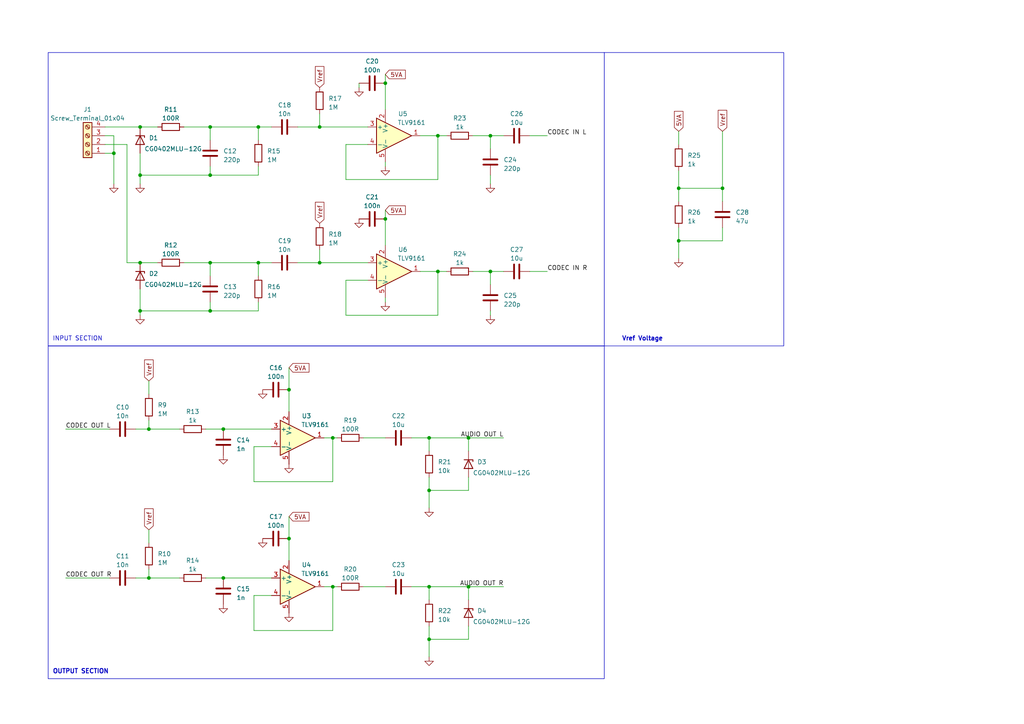
<source format=kicad_sch>
(kicad_sch
	(version 20231120)
	(generator "eeschema")
	(generator_version "8.0")
	(uuid "8f6f28ab-1125-448d-86d1-983010159c43")
	(paper "A4")
	(lib_symbols
		(symbol "Amplifier_Operational:OP179GRT"
			(pin_names
				(offset 0.127)
			)
			(exclude_from_sim no)
			(in_bom yes)
			(on_board yes)
			(property "Reference" "U"
				(at 0 5.08 0)
				(effects
					(font
						(size 1.27 1.27)
					)
					(justify left)
				)
			)
			(property "Value" "OP179GRT"
				(at 0 -5.08 0)
				(effects
					(font
						(size 1.27 1.27)
					)
					(justify left)
				)
			)
			(property "Footprint" "Package_TO_SOT_SMD:SOT-23-5"
				(at 0 0 0)
				(effects
					(font
						(size 1.27 1.27)
					)
					(hide yes)
				)
			)
			(property "Datasheet" "https://www.analog.com/media/en/technical-documentation/data-sheets/OP179_279.pdf"
				(at 0 5.08 0)
				(effects
					(font
						(size 1.27 1.27)
					)
					(hide yes)
				)
			)
			(property "Description" "Single Rail-to-Rail High Output Current Operational Amplifiers, SOT-23-5"
				(at 0 0 0)
				(effects
					(font
						(size 1.27 1.27)
					)
					(hide yes)
				)
			)
			(property "ki_keywords" "single opamp"
				(at 0 0 0)
				(effects
					(font
						(size 1.27 1.27)
					)
					(hide yes)
				)
			)
			(property "ki_fp_filters" "SOT?23*"
				(at 0 0 0)
				(effects
					(font
						(size 1.27 1.27)
					)
					(hide yes)
				)
			)
			(symbol "OP179GRT_0_1"
				(polyline
					(pts
						(xy -5.08 5.08) (xy 5.08 0) (xy -5.08 -5.08) (xy -5.08 5.08)
					)
					(stroke
						(width 0.254)
						(type default)
					)
					(fill
						(type background)
					)
				)
				(pin power_in line
					(at -2.54 7.62 270)
					(length 3.81)
					(name "V+"
						(effects
							(font
								(size 1.27 1.27)
							)
						)
					)
					(number "2"
						(effects
							(font
								(size 1.27 1.27)
							)
						)
					)
				)
				(pin power_in line
					(at -2.54 -7.62 90)
					(length 3.81)
					(name "V-"
						(effects
							(font
								(size 1.27 1.27)
							)
						)
					)
					(number "5"
						(effects
							(font
								(size 1.27 1.27)
							)
						)
					)
				)
			)
			(symbol "OP179GRT_1_1"
				(pin output line
					(at 7.62 0 180)
					(length 2.54)
					(name "~"
						(effects
							(font
								(size 1.27 1.27)
							)
						)
					)
					(number "1"
						(effects
							(font
								(size 1.27 1.27)
							)
						)
					)
				)
				(pin input line
					(at -7.62 2.54 0)
					(length 2.54)
					(name "+"
						(effects
							(font
								(size 1.27 1.27)
							)
						)
					)
					(number "3"
						(effects
							(font
								(size 1.27 1.27)
							)
						)
					)
				)
				(pin input line
					(at -7.62 -2.54 0)
					(length 2.54)
					(name "-"
						(effects
							(font
								(size 1.27 1.27)
							)
						)
					)
					(number "4"
						(effects
							(font
								(size 1.27 1.27)
							)
						)
					)
				)
			)
		)
		(symbol "Connector:Screw_Terminal_01x04"
			(pin_names
				(offset 1.016) hide)
			(exclude_from_sim no)
			(in_bom yes)
			(on_board yes)
			(property "Reference" "J"
				(at 0 5.08 0)
				(effects
					(font
						(size 1.27 1.27)
					)
				)
			)
			(property "Value" "Screw_Terminal_01x04"
				(at 0 -7.62 0)
				(effects
					(font
						(size 1.27 1.27)
					)
				)
			)
			(property "Footprint" ""
				(at 0 0 0)
				(effects
					(font
						(size 1.27 1.27)
					)
					(hide yes)
				)
			)
			(property "Datasheet" "~"
				(at 0 0 0)
				(effects
					(font
						(size 1.27 1.27)
					)
					(hide yes)
				)
			)
			(property "Description" "Generic screw terminal, single row, 01x04, script generated (kicad-library-utils/schlib/autogen/connector/)"
				(at 0 0 0)
				(effects
					(font
						(size 1.27 1.27)
					)
					(hide yes)
				)
			)
			(property "ki_keywords" "screw terminal"
				(at 0 0 0)
				(effects
					(font
						(size 1.27 1.27)
					)
					(hide yes)
				)
			)
			(property "ki_fp_filters" "TerminalBlock*:*"
				(at 0 0 0)
				(effects
					(font
						(size 1.27 1.27)
					)
					(hide yes)
				)
			)
			(symbol "Screw_Terminal_01x04_1_1"
				(rectangle
					(start -1.27 3.81)
					(end 1.27 -6.35)
					(stroke
						(width 0.254)
						(type default)
					)
					(fill
						(type background)
					)
				)
				(circle
					(center 0 -5.08)
					(radius 0.635)
					(stroke
						(width 0.1524)
						(type default)
					)
					(fill
						(type none)
					)
				)
				(circle
					(center 0 -2.54)
					(radius 0.635)
					(stroke
						(width 0.1524)
						(type default)
					)
					(fill
						(type none)
					)
				)
				(polyline
					(pts
						(xy -0.5334 -4.7498) (xy 0.3302 -5.588)
					)
					(stroke
						(width 0.1524)
						(type default)
					)
					(fill
						(type none)
					)
				)
				(polyline
					(pts
						(xy -0.5334 -2.2098) (xy 0.3302 -3.048)
					)
					(stroke
						(width 0.1524)
						(type default)
					)
					(fill
						(type none)
					)
				)
				(polyline
					(pts
						(xy -0.5334 0.3302) (xy 0.3302 -0.508)
					)
					(stroke
						(width 0.1524)
						(type default)
					)
					(fill
						(type none)
					)
				)
				(polyline
					(pts
						(xy -0.5334 2.8702) (xy 0.3302 2.032)
					)
					(stroke
						(width 0.1524)
						(type default)
					)
					(fill
						(type none)
					)
				)
				(polyline
					(pts
						(xy -0.3556 -4.572) (xy 0.508 -5.4102)
					)
					(stroke
						(width 0.1524)
						(type default)
					)
					(fill
						(type none)
					)
				)
				(polyline
					(pts
						(xy -0.3556 -2.032) (xy 0.508 -2.8702)
					)
					(stroke
						(width 0.1524)
						(type default)
					)
					(fill
						(type none)
					)
				)
				(polyline
					(pts
						(xy -0.3556 0.508) (xy 0.508 -0.3302)
					)
					(stroke
						(width 0.1524)
						(type default)
					)
					(fill
						(type none)
					)
				)
				(polyline
					(pts
						(xy -0.3556 3.048) (xy 0.508 2.2098)
					)
					(stroke
						(width 0.1524)
						(type default)
					)
					(fill
						(type none)
					)
				)
				(circle
					(center 0 0)
					(radius 0.635)
					(stroke
						(width 0.1524)
						(type default)
					)
					(fill
						(type none)
					)
				)
				(circle
					(center 0 2.54)
					(radius 0.635)
					(stroke
						(width 0.1524)
						(type default)
					)
					(fill
						(type none)
					)
				)
				(pin passive line
					(at -5.08 2.54 0)
					(length 3.81)
					(name "Pin_1"
						(effects
							(font
								(size 1.27 1.27)
							)
						)
					)
					(number "1"
						(effects
							(font
								(size 1.27 1.27)
							)
						)
					)
				)
				(pin passive line
					(at -5.08 0 0)
					(length 3.81)
					(name "Pin_2"
						(effects
							(font
								(size 1.27 1.27)
							)
						)
					)
					(number "2"
						(effects
							(font
								(size 1.27 1.27)
							)
						)
					)
				)
				(pin passive line
					(at -5.08 -2.54 0)
					(length 3.81)
					(name "Pin_3"
						(effects
							(font
								(size 1.27 1.27)
							)
						)
					)
					(number "3"
						(effects
							(font
								(size 1.27 1.27)
							)
						)
					)
				)
				(pin passive line
					(at -5.08 -5.08 0)
					(length 3.81)
					(name "Pin_4"
						(effects
							(font
								(size 1.27 1.27)
							)
						)
					)
					(number "4"
						(effects
							(font
								(size 1.27 1.27)
							)
						)
					)
				)
			)
		)
		(symbol "Device:C"
			(pin_numbers hide)
			(pin_names
				(offset 0.254)
			)
			(exclude_from_sim no)
			(in_bom yes)
			(on_board yes)
			(property "Reference" "C"
				(at 0.635 2.54 0)
				(effects
					(font
						(size 1.27 1.27)
					)
					(justify left)
				)
			)
			(property "Value" "C"
				(at 0.635 -2.54 0)
				(effects
					(font
						(size 1.27 1.27)
					)
					(justify left)
				)
			)
			(property "Footprint" ""
				(at 0.9652 -3.81 0)
				(effects
					(font
						(size 1.27 1.27)
					)
					(hide yes)
				)
			)
			(property "Datasheet" "~"
				(at 0 0 0)
				(effects
					(font
						(size 1.27 1.27)
					)
					(hide yes)
				)
			)
			(property "Description" "Unpolarized capacitor"
				(at 0 0 0)
				(effects
					(font
						(size 1.27 1.27)
					)
					(hide yes)
				)
			)
			(property "ki_keywords" "cap capacitor"
				(at 0 0 0)
				(effects
					(font
						(size 1.27 1.27)
					)
					(hide yes)
				)
			)
			(property "ki_fp_filters" "C_*"
				(at 0 0 0)
				(effects
					(font
						(size 1.27 1.27)
					)
					(hide yes)
				)
			)
			(symbol "C_0_1"
				(polyline
					(pts
						(xy -2.032 -0.762) (xy 2.032 -0.762)
					)
					(stroke
						(width 0.508)
						(type default)
					)
					(fill
						(type none)
					)
				)
				(polyline
					(pts
						(xy -2.032 0.762) (xy 2.032 0.762)
					)
					(stroke
						(width 0.508)
						(type default)
					)
					(fill
						(type none)
					)
				)
			)
			(symbol "C_1_1"
				(pin passive line
					(at 0 3.81 270)
					(length 2.794)
					(name "~"
						(effects
							(font
								(size 1.27 1.27)
							)
						)
					)
					(number "1"
						(effects
							(font
								(size 1.27 1.27)
							)
						)
					)
				)
				(pin passive line
					(at 0 -3.81 90)
					(length 2.794)
					(name "~"
						(effects
							(font
								(size 1.27 1.27)
							)
						)
					)
					(number "2"
						(effects
							(font
								(size 1.27 1.27)
							)
						)
					)
				)
			)
		)
		(symbol "Device:R"
			(pin_numbers hide)
			(pin_names
				(offset 0)
			)
			(exclude_from_sim no)
			(in_bom yes)
			(on_board yes)
			(property "Reference" "R"
				(at 2.032 0 90)
				(effects
					(font
						(size 1.27 1.27)
					)
				)
			)
			(property "Value" "R"
				(at 0 0 90)
				(effects
					(font
						(size 1.27 1.27)
					)
				)
			)
			(property "Footprint" ""
				(at -1.778 0 90)
				(effects
					(font
						(size 1.27 1.27)
					)
					(hide yes)
				)
			)
			(property "Datasheet" "~"
				(at 0 0 0)
				(effects
					(font
						(size 1.27 1.27)
					)
					(hide yes)
				)
			)
			(property "Description" "Resistor"
				(at 0 0 0)
				(effects
					(font
						(size 1.27 1.27)
					)
					(hide yes)
				)
			)
			(property "ki_keywords" "R res resistor"
				(at 0 0 0)
				(effects
					(font
						(size 1.27 1.27)
					)
					(hide yes)
				)
			)
			(property "ki_fp_filters" "R_*"
				(at 0 0 0)
				(effects
					(font
						(size 1.27 1.27)
					)
					(hide yes)
				)
			)
			(symbol "R_0_1"
				(rectangle
					(start -1.016 -2.54)
					(end 1.016 2.54)
					(stroke
						(width 0.254)
						(type default)
					)
					(fill
						(type none)
					)
				)
			)
			(symbol "R_1_1"
				(pin passive line
					(at 0 3.81 270)
					(length 1.27)
					(name "~"
						(effects
							(font
								(size 1.27 1.27)
							)
						)
					)
					(number "1"
						(effects
							(font
								(size 1.27 1.27)
							)
						)
					)
				)
				(pin passive line
					(at 0 -3.81 90)
					(length 1.27)
					(name "~"
						(effects
							(font
								(size 1.27 1.27)
							)
						)
					)
					(number "2"
						(effects
							(font
								(size 1.27 1.27)
							)
						)
					)
				)
			)
		)
		(symbol "Diode:ESD5Zxx"
			(pin_numbers hide)
			(pin_names hide)
			(exclude_from_sim no)
			(in_bom yes)
			(on_board yes)
			(property "Reference" "D"
				(at 0 2.54 0)
				(effects
					(font
						(size 1.27 1.27)
					)
				)
			)
			(property "Value" "ESD5Zxx"
				(at 0 -2.54 0)
				(effects
					(font
						(size 1.27 1.27)
					)
				)
			)
			(property "Footprint" "Diode_SMD:D_SOD-523"
				(at 0 -4.445 0)
				(effects
					(font
						(size 1.27 1.27)
					)
					(hide yes)
				)
			)
			(property "Datasheet" "https://www.onsemi.com/pdf/datasheet/esd5z2.5t1-d.pdf"
				(at 0 0 0)
				(effects
					(font
						(size 1.27 1.27)
					)
					(hide yes)
				)
			)
			(property "Description" "ESD Protection Diode, SOD-523"
				(at 0 0 0)
				(effects
					(font
						(size 1.27 1.27)
					)
					(hide yes)
				)
			)
			(property "ki_keywords" "esd tvs unidirectional diode"
				(at 0 0 0)
				(effects
					(font
						(size 1.27 1.27)
					)
					(hide yes)
				)
			)
			(property "ki_fp_filters" "D?SOD?523*"
				(at 0 0 0)
				(effects
					(font
						(size 1.27 1.27)
					)
					(hide yes)
				)
			)
			(symbol "ESD5Zxx_0_1"
				(polyline
					(pts
						(xy 1.27 0) (xy -1.27 0)
					)
					(stroke
						(width 0)
						(type default)
					)
					(fill
						(type none)
					)
				)
				(polyline
					(pts
						(xy -1.27 -1.27) (xy -1.27 1.27) (xy -0.762 1.27)
					)
					(stroke
						(width 0.254)
						(type default)
					)
					(fill
						(type none)
					)
				)
				(polyline
					(pts
						(xy 1.27 -1.27) (xy 1.27 1.27) (xy -1.27 0) (xy 1.27 -1.27)
					)
					(stroke
						(width 0.254)
						(type default)
					)
					(fill
						(type none)
					)
				)
			)
			(symbol "ESD5Zxx_1_1"
				(pin passive line
					(at -3.81 0 0)
					(length 2.54)
					(name "K"
						(effects
							(font
								(size 1.27 1.27)
							)
						)
					)
					(number "1"
						(effects
							(font
								(size 1.27 1.27)
							)
						)
					)
				)
				(pin passive line
					(at 3.81 0 180)
					(length 2.54)
					(name "A"
						(effects
							(font
								(size 1.27 1.27)
							)
						)
					)
					(number "2"
						(effects
							(font
								(size 1.27 1.27)
							)
						)
					)
				)
			)
		)
		(symbol "power:GND"
			(power)
			(pin_names
				(offset 0)
			)
			(exclude_from_sim no)
			(in_bom yes)
			(on_board yes)
			(property "Reference" "#PWR"
				(at 0 -6.35 0)
				(effects
					(font
						(size 1.27 1.27)
					)
					(hide yes)
				)
			)
			(property "Value" "GND"
				(at 0 -3.81 0)
				(effects
					(font
						(size 1.27 1.27)
					)
				)
			)
			(property "Footprint" ""
				(at 0 0 0)
				(effects
					(font
						(size 1.27 1.27)
					)
					(hide yes)
				)
			)
			(property "Datasheet" ""
				(at 0 0 0)
				(effects
					(font
						(size 1.27 1.27)
					)
					(hide yes)
				)
			)
			(property "Description" "Power symbol creates a global label with name \"GND\" , ground"
				(at 0 0 0)
				(effects
					(font
						(size 1.27 1.27)
					)
					(hide yes)
				)
			)
			(property "ki_keywords" "global power"
				(at 0 0 0)
				(effects
					(font
						(size 1.27 1.27)
					)
					(hide yes)
				)
			)
			(symbol "GND_0_1"
				(polyline
					(pts
						(xy 0 0) (xy 0 -1.27) (xy 1.27 -1.27) (xy 0 -2.54) (xy -1.27 -1.27) (xy 0 -1.27)
					)
					(stroke
						(width 0)
						(type default)
					)
					(fill
						(type none)
					)
				)
			)
			(symbol "GND_1_1"
				(pin power_in line
					(at 0 0 270)
					(length 0) hide
					(name "GND"
						(effects
							(font
								(size 1.27 1.27)
							)
						)
					)
					(number "1"
						(effects
							(font
								(size 1.27 1.27)
							)
						)
					)
				)
			)
		)
	)
	(junction
		(at 92.71 36.83)
		(diameter 0)
		(color 0 0 0 0)
		(uuid "033a5419-c813-4ddd-9d07-53ac6b86087a")
	)
	(junction
		(at 40.64 90.17)
		(diameter 0)
		(color 0 0 0 0)
		(uuid "0cad83d7-cc30-48f8-85e5-f11a6d17ac47")
	)
	(junction
		(at 83.82 156.21)
		(diameter 0)
		(color 0 0 0 0)
		(uuid "1049d874-f466-40a3-8ca1-b0b3a4a2d844")
	)
	(junction
		(at 60.96 50.8)
		(diameter 0)
		(color 0 0 0 0)
		(uuid "114c088d-c960-40f9-b05d-a495a853580d")
	)
	(junction
		(at 96.52 127)
		(diameter 0)
		(color 0 0 0 0)
		(uuid "1232fd43-8a68-4ae2-9b95-783fa5adb881")
	)
	(junction
		(at 111.76 63.5)
		(diameter 0)
		(color 0 0 0 0)
		(uuid "20e78ea2-023d-4cbc-b742-51664eeb3f7e")
	)
	(junction
		(at 92.71 76.2)
		(diameter 0)
		(color 0 0 0 0)
		(uuid "2746e965-6459-4c6f-aef6-1b9d4a702756")
	)
	(junction
		(at 196.85 54.61)
		(diameter 0)
		(color 0 0 0 0)
		(uuid "284ce6f3-bd69-45e5-b226-7beed05fd9d9")
	)
	(junction
		(at 60.96 76.2)
		(diameter 0)
		(color 0 0 0 0)
		(uuid "2a73058b-bcc9-401c-85e8-1d8eb8bb76ac")
	)
	(junction
		(at 43.18 124.46)
		(diameter 0)
		(color 0 0 0 0)
		(uuid "2b9eabce-587f-470c-a454-e5e5501c1d75")
	)
	(junction
		(at 64.77 124.46)
		(diameter 0)
		(color 0 0 0 0)
		(uuid "2e0baa1e-1be4-494c-b836-bea13cf3a691")
	)
	(junction
		(at 135.89 170.18)
		(diameter 0)
		(color 0 0 0 0)
		(uuid "36abd0c2-0259-401f-a648-e7af8d27dc9a")
	)
	(junction
		(at 40.64 50.8)
		(diameter 0)
		(color 0 0 0 0)
		(uuid "37a2e124-195c-4c2a-8bd1-b8d2a3606fdb")
	)
	(junction
		(at 124.46 185.42)
		(diameter 0)
		(color 0 0 0 0)
		(uuid "38cd54a5-0b86-4352-9e1a-1b210c04c466")
	)
	(junction
		(at 127 78.74)
		(diameter 0)
		(color 0 0 0 0)
		(uuid "413c0b7f-70a4-4a96-b5c1-f615a8fdb3f1")
	)
	(junction
		(at 142.24 78.74)
		(diameter 0)
		(color 0 0 0 0)
		(uuid "48cea87c-62fd-4391-ab2d-a9b5864f415e")
	)
	(junction
		(at 111.76 24.13)
		(diameter 0)
		(color 0 0 0 0)
		(uuid "4f743be9-d4df-4a5e-84bd-d703e5750398")
	)
	(junction
		(at 43.18 167.64)
		(diameter 0)
		(color 0 0 0 0)
		(uuid "5b870f89-31fb-44c8-bf19-a32698043b96")
	)
	(junction
		(at 74.93 76.2)
		(diameter 0)
		(color 0 0 0 0)
		(uuid "614a3285-e8a8-4a9c-bc05-323dddb167fd")
	)
	(junction
		(at 83.82 113.03)
		(diameter 0)
		(color 0 0 0 0)
		(uuid "732070e0-1593-4cb7-babb-b130b7044ee5")
	)
	(junction
		(at 196.85 69.85)
		(diameter 0)
		(color 0 0 0 0)
		(uuid "7374f000-253c-43b4-8991-258108d3b132")
	)
	(junction
		(at 60.96 36.83)
		(diameter 0)
		(color 0 0 0 0)
		(uuid "74827c29-ef55-46de-9537-3ef420760752")
	)
	(junction
		(at 60.96 90.17)
		(diameter 0)
		(color 0 0 0 0)
		(uuid "75cb39ee-d36c-4b0e-bacf-47e227e07c42")
	)
	(junction
		(at 135.89 127)
		(diameter 0)
		(color 0 0 0 0)
		(uuid "7fb77322-5338-4d0b-b668-fdc760074fd3")
	)
	(junction
		(at 124.46 170.18)
		(diameter 0)
		(color 0 0 0 0)
		(uuid "8f7afc3f-e7f0-46fb-b739-748a4077f181")
	)
	(junction
		(at 124.46 127)
		(diameter 0)
		(color 0 0 0 0)
		(uuid "a94dd34d-4175-43d1-9ef9-e70290825c6c")
	)
	(junction
		(at 209.55 54.61)
		(diameter 0)
		(color 0 0 0 0)
		(uuid "c25088f8-e3a2-4395-9206-56e0e909e6e3")
	)
	(junction
		(at 127 39.37)
		(diameter 0)
		(color 0 0 0 0)
		(uuid "ce72035e-487d-4aa5-bce9-d36076a18323")
	)
	(junction
		(at 40.64 36.83)
		(diameter 0)
		(color 0 0 0 0)
		(uuid "d0128752-b47b-41ac-a82b-61acccda6416")
	)
	(junction
		(at 124.46 142.24)
		(diameter 0)
		(color 0 0 0 0)
		(uuid "d41f3a9b-261d-428f-8f2a-397a6006b3cb")
	)
	(junction
		(at 74.93 36.83)
		(diameter 0)
		(color 0 0 0 0)
		(uuid "d48329f8-24d3-4838-be25-c393b0ecd01f")
	)
	(junction
		(at 40.64 76.2)
		(diameter 0)
		(color 0 0 0 0)
		(uuid "d7bc85f8-d8dd-4d1f-8444-005cc66a32ac")
	)
	(junction
		(at 96.52 170.18)
		(diameter 0)
		(color 0 0 0 0)
		(uuid "dd9dc4a8-3cd3-4eae-b54b-5204677c8a73")
	)
	(junction
		(at 142.24 39.37)
		(diameter 0)
		(color 0 0 0 0)
		(uuid "ede7d880-03f3-4e64-a428-9f2440337554")
	)
	(junction
		(at 33.02 44.45)
		(diameter 0)
		(color 0 0 0 0)
		(uuid "f8943a00-75da-4f12-992d-24b27dcfed0c")
	)
	(junction
		(at 64.77 167.64)
		(diameter 0)
		(color 0 0 0 0)
		(uuid "fb0a0e46-0261-409e-aed2-3f1e6ef1633b")
	)
	(wire
		(pts
			(xy 59.69 124.46) (xy 64.77 124.46)
		)
		(stroke
			(width 0)
			(type default)
		)
		(uuid "03dbce4b-33c4-4e72-9698-c18f81301123")
	)
	(wire
		(pts
			(xy 142.24 78.74) (xy 142.24 82.55)
		)
		(stroke
			(width 0)
			(type default)
		)
		(uuid "06c7614b-4ea0-4bbc-be38-5bbc8c53b31d")
	)
	(wire
		(pts
			(xy 96.52 139.7) (xy 96.52 127)
		)
		(stroke
			(width 0)
			(type default)
		)
		(uuid "0706755e-b2b8-4cdc-8d51-6cf77aa0a99f")
	)
	(wire
		(pts
			(xy 19.05 167.64) (xy 31.75 167.64)
		)
		(stroke
			(width 0)
			(type default)
		)
		(uuid "072f0295-154a-4dad-9cc9-7b30ab2298fe")
	)
	(wire
		(pts
			(xy 60.96 76.2) (xy 60.96 80.01)
		)
		(stroke
			(width 0)
			(type default)
		)
		(uuid "079ed4de-5356-41a3-ab2c-f4f31847b7fc")
	)
	(wire
		(pts
			(xy 43.18 167.64) (xy 52.07 167.64)
		)
		(stroke
			(width 0)
			(type default)
		)
		(uuid "0eb6d6e3-7253-4874-b4f2-e35772eae6bd")
	)
	(wire
		(pts
			(xy 74.93 76.2) (xy 78.74 76.2)
		)
		(stroke
			(width 0)
			(type default)
		)
		(uuid "0fc6c84d-cb14-4b38-af6a-7d1ae85ec0b1")
	)
	(wire
		(pts
			(xy 40.64 91.44) (xy 40.64 90.17)
		)
		(stroke
			(width 0)
			(type default)
		)
		(uuid "18d83e3e-22fc-48d6-8938-ffb9c2d3f873")
	)
	(wire
		(pts
			(xy 60.96 90.17) (xy 74.93 90.17)
		)
		(stroke
			(width 0)
			(type default)
		)
		(uuid "18df7f5c-4622-4322-9260-9406c9be8997")
	)
	(wire
		(pts
			(xy 124.46 170.18) (xy 124.46 173.99)
		)
		(stroke
			(width 0)
			(type default)
		)
		(uuid "1a129052-eb15-488c-abb0-95e3212d66c7")
	)
	(wire
		(pts
			(xy 196.85 38.1) (xy 196.85 41.91)
		)
		(stroke
			(width 0)
			(type default)
		)
		(uuid "1abd3f5f-a1ff-4e3e-aa9e-b145d7340017")
	)
	(wire
		(pts
			(xy 60.96 87.63) (xy 60.96 90.17)
		)
		(stroke
			(width 0)
			(type default)
		)
		(uuid "1fc2bd39-8e23-48c8-be73-a1a9d543de76")
	)
	(wire
		(pts
			(xy 40.64 83.82) (xy 40.64 90.17)
		)
		(stroke
			(width 0)
			(type default)
		)
		(uuid "20a24981-0c23-4932-b690-02bb522d9b45")
	)
	(wire
		(pts
			(xy 74.93 36.83) (xy 78.74 36.83)
		)
		(stroke
			(width 0)
			(type default)
		)
		(uuid "252287be-3810-44df-8e6a-f95234e84469")
	)
	(wire
		(pts
			(xy 78.74 172.72) (xy 73.66 172.72)
		)
		(stroke
			(width 0)
			(type default)
		)
		(uuid "2813d175-b17b-4222-8824-b49d7fff05ed")
	)
	(wire
		(pts
			(xy 40.64 76.2) (xy 45.72 76.2)
		)
		(stroke
			(width 0)
			(type default)
		)
		(uuid "2a5683a5-efea-4c6e-9e53-b1af07887ddd")
	)
	(wire
		(pts
			(xy 196.85 49.53) (xy 196.85 54.61)
		)
		(stroke
			(width 0)
			(type default)
		)
		(uuid "2cdf23c5-cbe5-489c-9bc6-58f00c143d2f")
	)
	(wire
		(pts
			(xy 78.74 129.54) (xy 73.66 129.54)
		)
		(stroke
			(width 0)
			(type default)
		)
		(uuid "2d3a2dad-e657-4dd4-a27e-e7b753733757")
	)
	(wire
		(pts
			(xy 142.24 53.34) (xy 142.24 50.8)
		)
		(stroke
			(width 0)
			(type default)
		)
		(uuid "2e9d39a3-a285-4789-8494-16f344319342")
	)
	(wire
		(pts
			(xy 111.76 48.26) (xy 111.76 46.99)
		)
		(stroke
			(width 0)
			(type default)
		)
		(uuid "2f80aaae-f8a0-48ce-a488-8df18e8934cc")
	)
	(wire
		(pts
			(xy 124.46 181.61) (xy 124.46 185.42)
		)
		(stroke
			(width 0)
			(type default)
		)
		(uuid "2fca6fdc-8d14-48f4-86c0-ab099ea24339")
	)
	(wire
		(pts
			(xy 121.92 78.74) (xy 127 78.74)
		)
		(stroke
			(width 0)
			(type default)
		)
		(uuid "30a0cda2-b3d7-4b53-90ca-1f8c734114dc")
	)
	(wire
		(pts
			(xy 92.71 72.39) (xy 92.71 76.2)
		)
		(stroke
			(width 0)
			(type default)
		)
		(uuid "316eb218-9e97-4f43-b679-885bdae626fa")
	)
	(wire
		(pts
			(xy 105.41 127) (xy 111.76 127)
		)
		(stroke
			(width 0)
			(type default)
		)
		(uuid "32db8c5c-c682-45e9-b27c-a8eea8d0e4c2")
	)
	(wire
		(pts
			(xy 86.36 76.2) (xy 92.71 76.2)
		)
		(stroke
			(width 0)
			(type default)
		)
		(uuid "36c3746e-6e70-4026-93c1-b934200f5bb6")
	)
	(wire
		(pts
			(xy 106.68 81.28) (xy 100.33 81.28)
		)
		(stroke
			(width 0)
			(type default)
		)
		(uuid "36ecaf93-dcf3-47b1-9d91-63ccbbddb9b9")
	)
	(wire
		(pts
			(xy 209.55 54.61) (xy 196.85 54.61)
		)
		(stroke
			(width 0)
			(type default)
		)
		(uuid "37d87d9d-91bd-4d20-b1fb-93a9bf31998d")
	)
	(wire
		(pts
			(xy 142.24 39.37) (xy 146.05 39.37)
		)
		(stroke
			(width 0)
			(type default)
		)
		(uuid "38063049-16c3-4964-8631-3e5c35afe788")
	)
	(wire
		(pts
			(xy 60.96 36.83) (xy 60.96 40.64)
		)
		(stroke
			(width 0)
			(type default)
		)
		(uuid "3dd81f37-42b2-4ef2-8dee-c3668140ddf7")
	)
	(wire
		(pts
			(xy 209.55 38.1) (xy 209.55 54.61)
		)
		(stroke
			(width 0)
			(type default)
		)
		(uuid "3f45dd57-0fe8-4c09-b948-6c867bb01aeb")
	)
	(wire
		(pts
			(xy 43.18 124.46) (xy 52.07 124.46)
		)
		(stroke
			(width 0)
			(type default)
		)
		(uuid "40722421-1afd-4065-922c-3fd606012b64")
	)
	(wire
		(pts
			(xy 209.55 66.04) (xy 209.55 69.85)
		)
		(stroke
			(width 0)
			(type default)
		)
		(uuid "4534e093-bcce-4cbe-84db-ab7e8e35d382")
	)
	(wire
		(pts
			(xy 96.52 182.88) (xy 96.52 170.18)
		)
		(stroke
			(width 0)
			(type default)
		)
		(uuid "4892bb07-8c30-42ba-ae32-f2664b3a1563")
	)
	(wire
		(pts
			(xy 83.82 106.68) (xy 83.82 113.03)
		)
		(stroke
			(width 0)
			(type default)
		)
		(uuid "4959ee14-9f0c-44d7-bd8e-56764527f448")
	)
	(wire
		(pts
			(xy 92.71 36.83) (xy 106.68 36.83)
		)
		(stroke
			(width 0)
			(type default)
		)
		(uuid "49c3620f-86f9-4f82-8919-08e7f9e538bb")
	)
	(wire
		(pts
			(xy 36.83 76.2) (xy 40.64 76.2)
		)
		(stroke
			(width 0)
			(type default)
		)
		(uuid "4ab4a5c3-750d-4d9e-bf60-cbb6ee48aa86")
	)
	(wire
		(pts
			(xy 60.96 36.83) (xy 74.93 36.83)
		)
		(stroke
			(width 0)
			(type default)
		)
		(uuid "4b6c91e6-af58-455b-99e6-d1179f1deebc")
	)
	(wire
		(pts
			(xy 40.64 50.8) (xy 60.96 50.8)
		)
		(stroke
			(width 0)
			(type default)
		)
		(uuid "4b9cc223-4527-4278-b0cf-2b1c4bb521a5")
	)
	(wire
		(pts
			(xy 53.34 76.2) (xy 60.96 76.2)
		)
		(stroke
			(width 0)
			(type default)
		)
		(uuid "4f62cca6-4d6d-42cd-bb90-64aba4f74f21")
	)
	(wire
		(pts
			(xy 74.93 36.83) (xy 74.93 40.64)
		)
		(stroke
			(width 0)
			(type default)
		)
		(uuid "4feab43e-1d0f-4fcb-acbc-fdb942ab9cb7")
	)
	(wire
		(pts
			(xy 83.82 156.21) (xy 83.82 162.56)
		)
		(stroke
			(width 0)
			(type default)
		)
		(uuid "51fb920d-416b-4a67-b608-2d4ffdfd54f0")
	)
	(wire
		(pts
			(xy 64.77 167.64) (xy 78.74 167.64)
		)
		(stroke
			(width 0)
			(type default)
		)
		(uuid "528ef9b2-fd03-43f4-9b21-21caa3f3572f")
	)
	(wire
		(pts
			(xy 209.55 69.85) (xy 196.85 69.85)
		)
		(stroke
			(width 0)
			(type default)
		)
		(uuid "52d24f7e-61d9-4f2a-85ad-aad2e9c9d6de")
	)
	(wire
		(pts
			(xy 111.76 60.96) (xy 111.76 63.5)
		)
		(stroke
			(width 0)
			(type default)
		)
		(uuid "53f17180-a16a-4186-9c36-b7c82c9af02b")
	)
	(wire
		(pts
			(xy 137.16 78.74) (xy 142.24 78.74)
		)
		(stroke
			(width 0)
			(type default)
		)
		(uuid "542b0c0a-abe9-4c10-b1ea-108b1830ec3b")
	)
	(wire
		(pts
			(xy 93.98 127) (xy 96.52 127)
		)
		(stroke
			(width 0)
			(type default)
		)
		(uuid "55bd2e82-ab71-4244-9b6f-a6c7e6a6aa40")
	)
	(wire
		(pts
			(xy 30.48 39.37) (xy 33.02 39.37)
		)
		(stroke
			(width 0)
			(type default)
		)
		(uuid "56dd628f-9ecb-412c-b039-ec11643e642a")
	)
	(wire
		(pts
			(xy 135.89 170.18) (xy 135.89 173.99)
		)
		(stroke
			(width 0)
			(type default)
		)
		(uuid "56f75d90-9ccb-477b-bff3-c933cb3f927e")
	)
	(wire
		(pts
			(xy 135.89 170.18) (xy 146.05 170.18)
		)
		(stroke
			(width 0)
			(type default)
		)
		(uuid "57cf9a28-12d6-478e-aee0-b884a8094a57")
	)
	(wire
		(pts
			(xy 135.89 185.42) (xy 124.46 185.42)
		)
		(stroke
			(width 0)
			(type default)
		)
		(uuid "5d7e2230-1769-42a9-a26e-241bf2ba2d85")
	)
	(wire
		(pts
			(xy 40.64 53.34) (xy 40.64 50.8)
		)
		(stroke
			(width 0)
			(type default)
		)
		(uuid "5ef1b2bc-5892-423e-aa70-f0aa0ea5aca4")
	)
	(wire
		(pts
			(xy 100.33 91.44) (xy 127 91.44)
		)
		(stroke
			(width 0)
			(type default)
		)
		(uuid "673e00b7-6c1f-4b0d-96c7-124bd744c573")
	)
	(wire
		(pts
			(xy 135.89 127) (xy 146.05 127)
		)
		(stroke
			(width 0)
			(type default)
		)
		(uuid "6d4a96e4-100b-4469-9c97-e274822a5343")
	)
	(wire
		(pts
			(xy 124.46 127) (xy 135.89 127)
		)
		(stroke
			(width 0)
			(type default)
		)
		(uuid "6e0c3f0d-358c-4168-94f4-d53b70363acb")
	)
	(wire
		(pts
			(xy 135.89 142.24) (xy 124.46 142.24)
		)
		(stroke
			(width 0)
			(type default)
		)
		(uuid "7508f1db-ddcb-43db-b2f9-b218d05eb506")
	)
	(wire
		(pts
			(xy 124.46 142.24) (xy 124.46 147.32)
		)
		(stroke
			(width 0)
			(type default)
		)
		(uuid "756a27f6-9e98-4997-9a19-825c94241dbe")
	)
	(wire
		(pts
			(xy 60.96 76.2) (xy 74.93 76.2)
		)
		(stroke
			(width 0)
			(type default)
		)
		(uuid "76d4ba1c-a695-438b-a4e0-e80d5fa70a9e")
	)
	(wire
		(pts
			(xy 127 52.07) (xy 127 39.37)
		)
		(stroke
			(width 0)
			(type default)
		)
		(uuid "78514a81-6e9e-4c30-a87e-429aeb23bbbb")
	)
	(wire
		(pts
			(xy 104.14 25.4) (xy 104.14 24.13)
		)
		(stroke
			(width 0)
			(type default)
		)
		(uuid "79925740-f19c-4691-93a3-9f30069b8ad4")
	)
	(wire
		(pts
			(xy 96.52 170.18) (xy 97.79 170.18)
		)
		(stroke
			(width 0)
			(type default)
		)
		(uuid "7a4ca7cb-3337-415a-a58b-c7cca1d121ac")
	)
	(wire
		(pts
			(xy 124.46 185.42) (xy 124.46 190.5)
		)
		(stroke
			(width 0)
			(type default)
		)
		(uuid "7b660f5f-941e-4485-bdb1-a370ddfdffb3")
	)
	(wire
		(pts
			(xy 64.77 124.46) (xy 78.74 124.46)
		)
		(stroke
			(width 0)
			(type default)
		)
		(uuid "7c211d12-272e-4cf2-8e7d-ca10f571e116")
	)
	(wire
		(pts
			(xy 100.33 52.07) (xy 127 52.07)
		)
		(stroke
			(width 0)
			(type default)
		)
		(uuid "7cc7763b-a789-451f-b25b-070dc8bbcb81")
	)
	(wire
		(pts
			(xy 106.68 41.91) (xy 100.33 41.91)
		)
		(stroke
			(width 0)
			(type default)
		)
		(uuid "7e86b46f-cda6-40d9-9e34-7201d823ee23")
	)
	(wire
		(pts
			(xy 135.89 181.61) (xy 135.89 185.42)
		)
		(stroke
			(width 0)
			(type default)
		)
		(uuid "7feb9f7c-c1ed-4dfb-8eff-8a9e6e76d597")
	)
	(wire
		(pts
			(xy 30.48 44.45) (xy 33.02 44.45)
		)
		(stroke
			(width 0)
			(type default)
		)
		(uuid "7fff5e0e-dcd6-44fc-89e7-67efd0cd9c6a")
	)
	(wire
		(pts
			(xy 92.71 76.2) (xy 106.68 76.2)
		)
		(stroke
			(width 0)
			(type default)
		)
		(uuid "8038b360-9f28-4416-aa21-d49a41292a92")
	)
	(wire
		(pts
			(xy 100.33 81.28) (xy 100.33 91.44)
		)
		(stroke
			(width 0)
			(type default)
		)
		(uuid "80c96e90-1d0e-4680-8e08-c2d326933bca")
	)
	(wire
		(pts
			(xy 93.98 170.18) (xy 96.52 170.18)
		)
		(stroke
			(width 0)
			(type default)
		)
		(uuid "80e1a60d-07e0-43ad-b034-2b8dfeb46efa")
	)
	(wire
		(pts
			(xy 142.24 91.44) (xy 142.24 90.17)
		)
		(stroke
			(width 0)
			(type default)
		)
		(uuid "83efa7cd-cf0c-4998-8a06-f7831a371d9d")
	)
	(wire
		(pts
			(xy 74.93 76.2) (xy 74.93 80.01)
		)
		(stroke
			(width 0)
			(type default)
		)
		(uuid "83f81172-1c1c-45d4-8a82-206f688f574c")
	)
	(wire
		(pts
			(xy 83.82 113.03) (xy 83.82 119.38)
		)
		(stroke
			(width 0)
			(type default)
		)
		(uuid "8460e1f5-8239-4ac4-8e2b-ba460f7eba59")
	)
	(wire
		(pts
			(xy 153.67 39.37) (xy 158.75 39.37)
		)
		(stroke
			(width 0)
			(type default)
		)
		(uuid "87aa303f-0f4b-4555-bf01-43437411cecf")
	)
	(wire
		(pts
			(xy 153.67 78.74) (xy 158.75 78.74)
		)
		(stroke
			(width 0)
			(type default)
		)
		(uuid "88ff06b1-2fd6-4205-bc14-0f945a503a10")
	)
	(wire
		(pts
			(xy 196.85 54.61) (xy 196.85 58.42)
		)
		(stroke
			(width 0)
			(type default)
		)
		(uuid "8917332d-dce3-42aa-ae8d-2e07282793e2")
	)
	(wire
		(pts
			(xy 83.82 149.86) (xy 83.82 156.21)
		)
		(stroke
			(width 0)
			(type default)
		)
		(uuid "919fe692-1b16-41aa-8e4c-ca3485a78a27")
	)
	(wire
		(pts
			(xy 196.85 66.04) (xy 196.85 69.85)
		)
		(stroke
			(width 0)
			(type default)
		)
		(uuid "941c8529-66b0-4069-a3ae-c62ffe96dbb9")
	)
	(wire
		(pts
			(xy 60.96 50.8) (xy 74.93 50.8)
		)
		(stroke
			(width 0)
			(type default)
		)
		(uuid "95b231ac-9a52-4a2e-b709-b369f99c5003")
	)
	(wire
		(pts
			(xy 86.36 36.83) (xy 92.71 36.83)
		)
		(stroke
			(width 0)
			(type default)
		)
		(uuid "95c1c25e-6883-485c-9af7-cf2d8db748cb")
	)
	(wire
		(pts
			(xy 119.38 170.18) (xy 124.46 170.18)
		)
		(stroke
			(width 0)
			(type default)
		)
		(uuid "97230030-5290-487d-be6d-f4e6b3ed5828")
	)
	(wire
		(pts
			(xy 124.46 138.43) (xy 124.46 142.24)
		)
		(stroke
			(width 0)
			(type default)
		)
		(uuid "97c3437c-0b4a-4ce6-87e0-820a19ad20e8")
	)
	(wire
		(pts
			(xy 53.34 36.83) (xy 60.96 36.83)
		)
		(stroke
			(width 0)
			(type default)
		)
		(uuid "9e415b26-d32a-4cf2-88bf-bb41aece71af")
	)
	(wire
		(pts
			(xy 39.37 124.46) (xy 43.18 124.46)
		)
		(stroke
			(width 0)
			(type default)
		)
		(uuid "9fa268a9-61b3-4b98-a34d-7ebb61c27ff5")
	)
	(wire
		(pts
			(xy 43.18 153.67) (xy 43.18 157.48)
		)
		(stroke
			(width 0)
			(type default)
		)
		(uuid "a45617b5-145c-4d03-acf0-d2089c72907d")
	)
	(wire
		(pts
			(xy 33.02 39.37) (xy 33.02 44.45)
		)
		(stroke
			(width 0)
			(type default)
		)
		(uuid "a482d1be-560d-4eb5-8c3d-b0db877fef15")
	)
	(wire
		(pts
			(xy 127 39.37) (xy 129.54 39.37)
		)
		(stroke
			(width 0)
			(type default)
		)
		(uuid "a51077ad-63ed-4224-b635-9d9b2137eb97")
	)
	(wire
		(pts
			(xy 135.89 127) (xy 135.89 130.81)
		)
		(stroke
			(width 0)
			(type default)
		)
		(uuid "a5125e93-0f50-4509-bfc3-eb2cf98f665c")
	)
	(wire
		(pts
			(xy 73.66 172.72) (xy 73.66 182.88)
		)
		(stroke
			(width 0)
			(type default)
		)
		(uuid "a72fd195-ac7f-42b5-bae6-ea39f2af1321")
	)
	(wire
		(pts
			(xy 111.76 24.13) (xy 111.76 31.75)
		)
		(stroke
			(width 0)
			(type default)
		)
		(uuid "a89bddb8-024d-49cb-b812-42cd0da4fe6a")
	)
	(wire
		(pts
			(xy 137.16 39.37) (xy 142.24 39.37)
		)
		(stroke
			(width 0)
			(type default)
		)
		(uuid "abfcdd26-9580-4977-b51b-beb63be6e08e")
	)
	(wire
		(pts
			(xy 111.76 21.59) (xy 111.76 24.13)
		)
		(stroke
			(width 0)
			(type default)
		)
		(uuid "b1025000-1299-4a98-b309-83398db0d0fb")
	)
	(wire
		(pts
			(xy 124.46 170.18) (xy 135.89 170.18)
		)
		(stroke
			(width 0)
			(type default)
		)
		(uuid "b17b5f71-0f44-4592-a7b9-7d9f07f964ad")
	)
	(wire
		(pts
			(xy 209.55 58.42) (xy 209.55 54.61)
		)
		(stroke
			(width 0)
			(type default)
		)
		(uuid "b4aed9ae-9da4-4760-a3fe-33109d8b4ee9")
	)
	(wire
		(pts
			(xy 105.41 170.18) (xy 111.76 170.18)
		)
		(stroke
			(width 0)
			(type default)
		)
		(uuid "b55581f6-2c72-4bb6-80c5-69038b94d389")
	)
	(wire
		(pts
			(xy 36.83 41.91) (xy 36.83 76.2)
		)
		(stroke
			(width 0)
			(type default)
		)
		(uuid "b6cb21cf-e37d-4254-9f26-ce007a566bc5")
	)
	(wire
		(pts
			(xy 73.66 139.7) (xy 96.52 139.7)
		)
		(stroke
			(width 0)
			(type default)
		)
		(uuid "b6cb7e2a-1ce4-48c4-ade0-f10731fe895a")
	)
	(wire
		(pts
			(xy 30.48 36.83) (xy 40.64 36.83)
		)
		(stroke
			(width 0)
			(type default)
		)
		(uuid "b7eb3896-67e0-41ee-9be2-0e0929dbaba4")
	)
	(wire
		(pts
			(xy 40.64 90.17) (xy 60.96 90.17)
		)
		(stroke
			(width 0)
			(type default)
		)
		(uuid "b80e7515-f01b-49f5-9e51-379c514af115")
	)
	(wire
		(pts
			(xy 142.24 39.37) (xy 142.24 43.18)
		)
		(stroke
			(width 0)
			(type default)
		)
		(uuid "b910733c-ac1d-489f-ad9f-2f020dbea838")
	)
	(wire
		(pts
			(xy 73.66 182.88) (xy 96.52 182.88)
		)
		(stroke
			(width 0)
			(type default)
		)
		(uuid "b9d1df82-9b16-429b-8d78-4171bcc8735e")
	)
	(wire
		(pts
			(xy 43.18 110.49) (xy 43.18 114.3)
		)
		(stroke
			(width 0)
			(type default)
		)
		(uuid "bf60b2a4-8eb7-47ae-896f-5a42d48d46d8")
	)
	(wire
		(pts
			(xy 196.85 69.85) (xy 196.85 74.93)
		)
		(stroke
			(width 0)
			(type default)
		)
		(uuid "c1fb6758-c47c-4c3a-adfb-0d4268bcf890")
	)
	(wire
		(pts
			(xy 40.64 44.45) (xy 40.64 50.8)
		)
		(stroke
			(width 0)
			(type default)
		)
		(uuid "c28553c6-0bea-43a4-84be-318ae00eba53")
	)
	(wire
		(pts
			(xy 121.92 39.37) (xy 127 39.37)
		)
		(stroke
			(width 0)
			(type default)
		)
		(uuid "c418c586-4947-462b-9e99-ca7f372e35bd")
	)
	(wire
		(pts
			(xy 73.66 129.54) (xy 73.66 139.7)
		)
		(stroke
			(width 0)
			(type default)
		)
		(uuid "c576029b-276a-4899-ab1e-01aa5953d570")
	)
	(wire
		(pts
			(xy 74.93 50.8) (xy 74.93 48.26)
		)
		(stroke
			(width 0)
			(type default)
		)
		(uuid "c5aa8c3b-d762-4c3f-82d2-bbceb4f4f261")
	)
	(wire
		(pts
			(xy 43.18 165.1) (xy 43.18 167.64)
		)
		(stroke
			(width 0)
			(type default)
		)
		(uuid "c6834857-2ce9-4b89-9766-b1230c6bf199")
	)
	(wire
		(pts
			(xy 33.02 44.45) (xy 33.02 53.34)
		)
		(stroke
			(width 0)
			(type default)
		)
		(uuid "cc59bef1-32f2-435f-8f04-ec943e1a1862")
	)
	(wire
		(pts
			(xy 142.24 78.74) (xy 146.05 78.74)
		)
		(stroke
			(width 0)
			(type default)
		)
		(uuid "d09bac8d-88a0-45cb-920a-5844ebdc22b2")
	)
	(wire
		(pts
			(xy 60.96 48.26) (xy 60.96 50.8)
		)
		(stroke
			(width 0)
			(type default)
		)
		(uuid "d0ef5c77-b167-492c-9d06-cab7276f3786")
	)
	(wire
		(pts
			(xy 100.33 41.91) (xy 100.33 52.07)
		)
		(stroke
			(width 0)
			(type default)
		)
		(uuid "d3a386df-76c9-4472-956d-915f77afe666")
	)
	(wire
		(pts
			(xy 119.38 127) (xy 124.46 127)
		)
		(stroke
			(width 0)
			(type default)
		)
		(uuid "d9c33eb8-c7fb-430c-bf21-b0fb06cca89b")
	)
	(wire
		(pts
			(xy 19.05 124.46) (xy 31.75 124.46)
		)
		(stroke
			(width 0)
			(type default)
		)
		(uuid "e06cf587-9439-49f7-8e03-abdd9a6101b1")
	)
	(wire
		(pts
			(xy 111.76 63.5) (xy 111.76 71.12)
		)
		(stroke
			(width 0)
			(type default)
		)
		(uuid "e10dc7ab-1bb3-4f5a-812e-c1920d33e6ab")
	)
	(wire
		(pts
			(xy 30.48 41.91) (xy 36.83 41.91)
		)
		(stroke
			(width 0)
			(type default)
		)
		(uuid "e16c52a3-770c-4873-9350-140f0b8409b1")
	)
	(wire
		(pts
			(xy 43.18 121.92) (xy 43.18 124.46)
		)
		(stroke
			(width 0)
			(type default)
		)
		(uuid "e1efd67d-22c0-4b76-a129-e0b76fe7606e")
	)
	(wire
		(pts
			(xy 127 91.44) (xy 127 78.74)
		)
		(stroke
			(width 0)
			(type default)
		)
		(uuid "e20f6c00-0319-4f5d-98b6-192f553f9634")
	)
	(wire
		(pts
			(xy 40.64 36.83) (xy 45.72 36.83)
		)
		(stroke
			(width 0)
			(type default)
		)
		(uuid "e231ee00-3c34-4d32-838f-3898d386e6bf")
	)
	(wire
		(pts
			(xy 111.76 87.63) (xy 111.76 86.36)
		)
		(stroke
			(width 0)
			(type default)
		)
		(uuid "e24d9023-469d-44ee-8b91-065836113630")
	)
	(wire
		(pts
			(xy 124.46 127) (xy 124.46 130.81)
		)
		(stroke
			(width 0)
			(type default)
		)
		(uuid "e5193dba-4a5c-4e09-94b6-85463d5e19bb")
	)
	(wire
		(pts
			(xy 59.69 167.64) (xy 64.77 167.64)
		)
		(stroke
			(width 0)
			(type default)
		)
		(uuid "e7edba03-b5dc-486e-b9c1-7c3262559edb")
	)
	(wire
		(pts
			(xy 39.37 167.64) (xy 43.18 167.64)
		)
		(stroke
			(width 0)
			(type default)
		)
		(uuid "eb729dd5-b94a-451d-8035-f95a8b51e6bd")
	)
	(wire
		(pts
			(xy 74.93 90.17) (xy 74.93 87.63)
		)
		(stroke
			(width 0)
			(type default)
		)
		(uuid "ecdf4665-c33c-4de8-8342-a5caa5cb7252")
	)
	(wire
		(pts
			(xy 127 78.74) (xy 129.54 78.74)
		)
		(stroke
			(width 0)
			(type default)
		)
		(uuid "ef4e38e3-be3f-4937-921c-9701b0a0599d")
	)
	(wire
		(pts
			(xy 96.52 127) (xy 97.79 127)
		)
		(stroke
			(width 0)
			(type default)
		)
		(uuid "f16df379-34e3-4fdf-96ee-77e2e1c99cbc")
	)
	(wire
		(pts
			(xy 135.89 138.43) (xy 135.89 142.24)
		)
		(stroke
			(width 0)
			(type default)
		)
		(uuid "f55523ee-8c38-40d3-8158-f3c558d8f596")
	)
	(wire
		(pts
			(xy 92.71 33.02) (xy 92.71 36.83)
		)
		(stroke
			(width 0)
			(type default)
		)
		(uuid "f9767c67-aeeb-4659-8e78-0bd7af86ffc2")
	)
	(rectangle
		(start 175.26 15.24)
		(end 227.33 100.33)
		(stroke
			(width 0)
			(type default)
		)
		(fill
			(type none)
		)
		(uuid 0805eb11-6214-49e0-a636-0a29ff7a8d43)
	)
	(rectangle
		(start 13.97 15.24)
		(end 175.26 100.33)
		(stroke
			(width 0)
			(type default)
		)
		(fill
			(type none)
		)
		(uuid 0952ce51-0dd8-4d52-8ddc-8be371c01c11)
	)
	(rectangle
		(start 13.97 100.33)
		(end 175.26 196.85)
		(stroke
			(width 0)
			(type default)
		)
		(fill
			(type none)
		)
		(uuid 269ed800-2abf-468d-8f56-977869cbd599)
	)
	(text "INPUT SECTION\n"
		(exclude_from_sim no)
		(at 15.24 99.06 0)
		(effects
			(font
				(size 1.27 1.27)
			)
			(justify left bottom)
		)
		(uuid "0f4ae17c-2491-42cd-9b0e-9bc646451e6a")
	)
	(text "OUTPUT SECTION\n"
		(exclude_from_sim no)
		(at 15.24 195.58 0)
		(effects
			(font
				(size 1.27 1.27)
				(thickness 0.254)
				(bold yes)
			)
			(justify left bottom)
		)
		(uuid "ad9e5a6c-ec9a-4ab5-8420-83234ac9c357")
	)
	(text "Vref Voltage\n"
		(exclude_from_sim no)
		(at 180.34 99.06 0)
		(effects
			(font
				(size 1.27 1.27)
				(bold yes)
			)
			(justify left bottom)
		)
		(uuid "d4092079-8b8d-4b0f-88fd-24dfd8cb8691")
	)
	(label "CODEC OUT R"
		(at 19.05 167.64 0)
		(fields_autoplaced yes)
		(effects
			(font
				(size 1.27 1.27)
			)
			(justify left bottom)
		)
		(uuid "0d9b6379-663b-4932-8094-ac33fa1d6ded")
	)
	(label "AUDIO OUT R"
		(at 146.05 170.18 180)
		(fields_autoplaced yes)
		(effects
			(font
				(size 1.27 1.27)
			)
			(justify right bottom)
		)
		(uuid "111a66bb-c010-41ce-bb98-d5e9071be091")
	)
	(label "CODEC OUT L"
		(at 19.05 124.46 0)
		(fields_autoplaced yes)
		(effects
			(font
				(size 1.27 1.27)
			)
			(justify left bottom)
		)
		(uuid "22222e77-816a-43a9-861e-654720ae5794")
	)
	(label "CODEC IN L"
		(at 158.75 39.37 0)
		(fields_autoplaced yes)
		(effects
			(font
				(size 1.27 1.27)
			)
			(justify left bottom)
		)
		(uuid "42b07e72-37ac-41f1-bff9-b830ef6b5cf7")
	)
	(label "CODEC IN R"
		(at 158.75 78.74 0)
		(fields_autoplaced yes)
		(effects
			(font
				(size 1.27 1.27)
			)
			(justify left bottom)
		)
		(uuid "79ae9270-8588-4b27-9638-8bf2dcc9614d")
	)
	(label "AUDIO OUT L"
		(at 146.05 127 180)
		(fields_autoplaced yes)
		(effects
			(font
				(size 1.27 1.27)
			)
			(justify right bottom)
		)
		(uuid "79dafd30-0ff8-4e81-86ad-3c6a145207ba")
	)
	(global_label "5VA"
		(shape input)
		(at 111.76 21.59 0)
		(fields_autoplaced yes)
		(effects
			(font
				(size 1.27 1.27)
			)
			(justify left)
		)
		(uuid "17343222-7ac9-4895-a598-2f0337a22d48")
		(property "Intersheetrefs" "${INTERSHEET_REFS}"
			(at 118.0525 21.59 0)
			(effects
				(font
					(size 1.27 1.27)
				)
				(justify left)
				(hide yes)
			)
		)
	)
	(global_label "Vref"
		(shape input)
		(at 92.71 64.77 90)
		(fields_autoplaced yes)
		(effects
			(font
				(size 1.27 1.27)
			)
			(justify left)
		)
		(uuid "465f7aef-d5f0-4ece-b395-8e3e437f7e85")
		(property "Intersheetrefs" "${INTERSHEET_REFS}"
			(at 92.71 58.1751 90)
			(effects
				(font
					(size 1.27 1.27)
				)
				(justify left)
				(hide yes)
			)
		)
	)
	(global_label "Vref"
		(shape input)
		(at 43.18 110.49 90)
		(fields_autoplaced yes)
		(effects
			(font
				(size 1.27 1.27)
			)
			(justify left)
		)
		(uuid "60ae10e6-6937-4f17-b600-c8156ed9ab16")
		(property "Intersheetrefs" "${INTERSHEET_REFS}"
			(at 43.18 103.8951 90)
			(effects
				(font
					(size 1.27 1.27)
				)
				(justify left)
				(hide yes)
			)
		)
	)
	(global_label "5VA"
		(shape input)
		(at 196.85 38.1 90)
		(fields_autoplaced yes)
		(effects
			(font
				(size 1.27 1.27)
			)
			(justify left)
		)
		(uuid "69232e22-5245-443c-9520-82e18edb8b39")
		(property "Intersheetrefs" "${INTERSHEET_REFS}"
			(at 196.85 31.8075 90)
			(effects
				(font
					(size 1.27 1.27)
				)
				(justify left)
				(hide yes)
			)
		)
	)
	(global_label "Vref"
		(shape input)
		(at 43.18 153.67 90)
		(fields_autoplaced yes)
		(effects
			(font
				(size 1.27 1.27)
			)
			(justify left)
		)
		(uuid "6adab377-a758-4954-acfe-b41889a68464")
		(property "Intersheetrefs" "${INTERSHEET_REFS}"
			(at 43.18 147.0751 90)
			(effects
				(font
					(size 1.27 1.27)
				)
				(justify left)
				(hide yes)
			)
		)
	)
	(global_label "Vref"
		(shape input)
		(at 209.55 38.1 90)
		(fields_autoplaced yes)
		(effects
			(font
				(size 1.27 1.27)
			)
			(justify left)
		)
		(uuid "7de7f7a1-4256-40d9-b845-ffcdda924854")
		(property "Intersheetrefs" "${INTERSHEET_REFS}"
			(at 209.55 31.5051 90)
			(effects
				(font
					(size 1.27 1.27)
				)
				(justify left)
				(hide yes)
			)
		)
	)
	(global_label "Vref"
		(shape input)
		(at 92.71 25.4 90)
		(fields_autoplaced yes)
		(effects
			(font
				(size 1.27 1.27)
			)
			(justify left)
		)
		(uuid "7e10d8a7-dd8d-4cb0-b208-a7b84327cb52")
		(property "Intersheetrefs" "${INTERSHEET_REFS}"
			(at 92.71 18.8051 90)
			(effects
				(font
					(size 1.27 1.27)
				)
				(justify left)
				(hide yes)
			)
		)
	)
	(global_label "5VA"
		(shape input)
		(at 111.76 60.96 0)
		(fields_autoplaced yes)
		(effects
			(font
				(size 1.27 1.27)
			)
			(justify left)
		)
		(uuid "932c2854-694a-42d2-beef-21a86d33e66d")
		(property "Intersheetrefs" "${INTERSHEET_REFS}"
			(at 118.0525 60.96 0)
			(effects
				(font
					(size 1.27 1.27)
				)
				(justify left)
				(hide yes)
			)
		)
	)
	(global_label "5VA"
		(shape input)
		(at 83.82 106.68 0)
		(fields_autoplaced yes)
		(effects
			(font
				(size 1.27 1.27)
			)
			(justify left)
		)
		(uuid "9de61e19-a772-4052-9982-7acb0bb72151")
		(property "Intersheetrefs" "${INTERSHEET_REFS}"
			(at 90.1125 106.68 0)
			(effects
				(font
					(size 1.27 1.27)
				)
				(justify left)
				(hide yes)
			)
		)
	)
	(global_label "5VA"
		(shape input)
		(at 83.82 149.86 0)
		(fields_autoplaced yes)
		(effects
			(font
				(size 1.27 1.27)
			)
			(justify left)
		)
		(uuid "c723e3a0-f5fc-4f03-91a8-706226a0a061")
		(property "Intersheetrefs" "${INTERSHEET_REFS}"
			(at 90.1125 149.86 0)
			(effects
				(font
					(size 1.27 1.27)
				)
				(justify left)
				(hide yes)
			)
		)
	)
	(symbol
		(lib_id "Device:R")
		(at 49.53 76.2 90)
		(unit 1)
		(exclude_from_sim no)
		(in_bom yes)
		(on_board yes)
		(dnp no)
		(fields_autoplaced yes)
		(uuid "09314c64-7b6b-49a2-ba61-4986e6e5f543")
		(property "Reference" "R12"
			(at 49.53 71.12 90)
			(effects
				(font
					(size 1.27 1.27)
				)
			)
		)
		(property "Value" "100R"
			(at 49.53 73.66 90)
			(effects
				(font
					(size 1.27 1.27)
				)
			)
		)
		(property "Footprint" ""
			(at 49.53 77.978 90)
			(effects
				(font
					(size 1.27 1.27)
				)
				(hide yes)
			)
		)
		(property "Datasheet" "~"
			(at 49.53 76.2 0)
			(effects
				(font
					(size 1.27 1.27)
				)
				(hide yes)
			)
		)
		(property "Description" ""
			(at 49.53 76.2 0)
			(effects
				(font
					(size 1.27 1.27)
				)
				(hide yes)
			)
		)
		(pin "1"
			(uuid "a3fb1d88-bf94-47f5-94a5-672973859cd0")
		)
		(pin "2"
			(uuid "57ed38f1-55f2-4979-b873-67868c70a159")
		)
		(instances
			(project "DSP_Nucleo"
				(path "/bdb8e885-64f6-4284-af68-30f0b4896184/176c85e2-ba7b-4bde-bd15-d1b23bca9da9"
					(reference "R12")
					(unit 1)
				)
			)
		)
	)
	(symbol
		(lib_id "Device:C")
		(at 142.24 86.36 180)
		(unit 1)
		(exclude_from_sim no)
		(in_bom yes)
		(on_board yes)
		(dnp no)
		(fields_autoplaced yes)
		(uuid "0bc0c32b-705e-4b1b-a10e-4f9093af219f")
		(property "Reference" "C25"
			(at 146.05 85.725 0)
			(effects
				(font
					(size 1.27 1.27)
				)
				(justify right)
			)
		)
		(property "Value" "220p"
			(at 146.05 88.265 0)
			(effects
				(font
					(size 1.27 1.27)
				)
				(justify right)
			)
		)
		(property "Footprint" ""
			(at 141.2748 82.55 0)
			(effects
				(font
					(size 1.27 1.27)
				)
				(hide yes)
			)
		)
		(property "Datasheet" "~"
			(at 142.24 86.36 0)
			(effects
				(font
					(size 1.27 1.27)
				)
				(hide yes)
			)
		)
		(property "Description" ""
			(at 142.24 86.36 0)
			(effects
				(font
					(size 1.27 1.27)
				)
				(hide yes)
			)
		)
		(pin "1"
			(uuid "21f46c70-4ab3-47d2-b6e0-4240622d238e")
		)
		(pin "2"
			(uuid "559b1432-e5d8-400e-ad92-24c815d0e599")
		)
		(instances
			(project "DSP_Nucleo"
				(path "/bdb8e885-64f6-4284-af68-30f0b4896184/176c85e2-ba7b-4bde-bd15-d1b23bca9da9"
					(reference "C25")
					(unit 1)
				)
			)
		)
	)
	(symbol
		(lib_id "Device:R")
		(at 101.6 170.18 270)
		(unit 1)
		(exclude_from_sim no)
		(in_bom yes)
		(on_board yes)
		(dnp no)
		(fields_autoplaced yes)
		(uuid "1106dd06-9254-4906-a8f7-cfffed8c428f")
		(property "Reference" "R20"
			(at 101.6 165.1 90)
			(effects
				(font
					(size 1.27 1.27)
				)
			)
		)
		(property "Value" "100R"
			(at 101.6 167.64 90)
			(effects
				(font
					(size 1.27 1.27)
				)
			)
		)
		(property "Footprint" ""
			(at 101.6 168.402 90)
			(effects
				(font
					(size 1.27 1.27)
				)
				(hide yes)
			)
		)
		(property "Datasheet" "~"
			(at 101.6 170.18 0)
			(effects
				(font
					(size 1.27 1.27)
				)
				(hide yes)
			)
		)
		(property "Description" ""
			(at 101.6 170.18 0)
			(effects
				(font
					(size 1.27 1.27)
				)
				(hide yes)
			)
		)
		(pin "1"
			(uuid "a701eab5-03c7-4430-90de-4014f5de404b")
		)
		(pin "2"
			(uuid "f8a04c89-d78c-45b3-aa10-468764567e90")
		)
		(instances
			(project "DSP_Nucleo"
				(path "/bdb8e885-64f6-4284-af68-30f0b4896184/176c85e2-ba7b-4bde-bd15-d1b23bca9da9"
					(reference "R20")
					(unit 1)
				)
			)
		)
	)
	(symbol
		(lib_id "power:GND")
		(at 104.14 63.5 0)
		(unit 1)
		(exclude_from_sim no)
		(in_bom yes)
		(on_board yes)
		(dnp no)
		(fields_autoplaced yes)
		(uuid "11763a13-9a0c-4a84-8747-e12c7303e1f9")
		(property "Reference" "#PWR018"
			(at 104.14 69.85 0)
			(effects
				(font
					(size 1.27 1.27)
				)
				(hide yes)
			)
		)
		(property "Value" "GND"
			(at 104.14 68.58 0)
			(effects
				(font
					(size 1.27 1.27)
				)
				(hide yes)
			)
		)
		(property "Footprint" ""
			(at 104.14 63.5 0)
			(effects
				(font
					(size 1.27 1.27)
				)
				(hide yes)
			)
		)
		(property "Datasheet" ""
			(at 104.14 63.5 0)
			(effects
				(font
					(size 1.27 1.27)
				)
				(hide yes)
			)
		)
		(property "Description" ""
			(at 104.14 63.5 0)
			(effects
				(font
					(size 1.27 1.27)
				)
				(hide yes)
			)
		)
		(pin "1"
			(uuid "ed782aed-4458-430d-8e48-74613d5fdcaa")
		)
		(instances
			(project "DSP_Nucleo"
				(path "/bdb8e885-64f6-4284-af68-30f0b4896184/176c85e2-ba7b-4bde-bd15-d1b23bca9da9"
					(reference "#PWR018")
					(unit 1)
				)
			)
		)
	)
	(symbol
		(lib_id "Device:R")
		(at 124.46 177.8 0)
		(unit 1)
		(exclude_from_sim no)
		(in_bom yes)
		(on_board yes)
		(dnp no)
		(fields_autoplaced yes)
		(uuid "1767c066-82b4-4a10-909e-dfc209889036")
		(property "Reference" "R22"
			(at 127 177.165 0)
			(effects
				(font
					(size 1.27 1.27)
				)
				(justify left)
			)
		)
		(property "Value" "10k"
			(at 127 179.705 0)
			(effects
				(font
					(size 1.27 1.27)
				)
				(justify left)
			)
		)
		(property "Footprint" ""
			(at 122.682 177.8 90)
			(effects
				(font
					(size 1.27 1.27)
				)
				(hide yes)
			)
		)
		(property "Datasheet" "~"
			(at 124.46 177.8 0)
			(effects
				(font
					(size 1.27 1.27)
				)
				(hide yes)
			)
		)
		(property "Description" ""
			(at 124.46 177.8 0)
			(effects
				(font
					(size 1.27 1.27)
				)
				(hide yes)
			)
		)
		(pin "1"
			(uuid "572c28ab-0841-412e-ac43-9e3a8ea8c9aa")
		)
		(pin "2"
			(uuid "183d8965-1800-444b-8035-ea58711598c0")
		)
		(instances
			(project "DSP_Nucleo"
				(path "/bdb8e885-64f6-4284-af68-30f0b4896184/176c85e2-ba7b-4bde-bd15-d1b23bca9da9"
					(reference "R22")
					(unit 1)
				)
			)
		)
	)
	(symbol
		(lib_id "Device:C")
		(at 60.96 44.45 180)
		(unit 1)
		(exclude_from_sim no)
		(in_bom yes)
		(on_board yes)
		(dnp no)
		(fields_autoplaced yes)
		(uuid "18efdb8f-2007-4eae-8c57-7f92bddb049a")
		(property "Reference" "C12"
			(at 64.77 43.815 0)
			(effects
				(font
					(size 1.27 1.27)
				)
				(justify right)
			)
		)
		(property "Value" "220p"
			(at 64.77 46.355 0)
			(effects
				(font
					(size 1.27 1.27)
				)
				(justify right)
			)
		)
		(property "Footprint" ""
			(at 59.9948 40.64 0)
			(effects
				(font
					(size 1.27 1.27)
				)
				(hide yes)
			)
		)
		(property "Datasheet" "~"
			(at 60.96 44.45 0)
			(effects
				(font
					(size 1.27 1.27)
				)
				(hide yes)
			)
		)
		(property "Description" ""
			(at 60.96 44.45 0)
			(effects
				(font
					(size 1.27 1.27)
				)
				(hide yes)
			)
		)
		(pin "1"
			(uuid "0856f163-a7be-42a8-89a0-2b7a35c12b83")
		)
		(pin "2"
			(uuid "bcb8eaa9-48f8-4b60-a05a-4dc0cb172630")
		)
		(instances
			(project "DSP_Nucleo"
				(path "/bdb8e885-64f6-4284-af68-30f0b4896184/176c85e2-ba7b-4bde-bd15-d1b23bca9da9"
					(reference "C12")
					(unit 1)
				)
			)
		)
	)
	(symbol
		(lib_id "Device:R")
		(at 133.35 39.37 90)
		(unit 1)
		(exclude_from_sim no)
		(in_bom yes)
		(on_board yes)
		(dnp no)
		(fields_autoplaced yes)
		(uuid "275f408a-472b-4ee1-81ea-9473df713c67")
		(property "Reference" "R23"
			(at 133.35 34.29 90)
			(effects
				(font
					(size 1.27 1.27)
				)
			)
		)
		(property "Value" "1k"
			(at 133.35 36.83 90)
			(effects
				(font
					(size 1.27 1.27)
				)
			)
		)
		(property "Footprint" ""
			(at 133.35 41.148 90)
			(effects
				(font
					(size 1.27 1.27)
				)
				(hide yes)
			)
		)
		(property "Datasheet" "~"
			(at 133.35 39.37 0)
			(effects
				(font
					(size 1.27 1.27)
				)
				(hide yes)
			)
		)
		(property "Description" ""
			(at 133.35 39.37 0)
			(effects
				(font
					(size 1.27 1.27)
				)
				(hide yes)
			)
		)
		(pin "1"
			(uuid "8391ef51-4cfd-49c3-bdef-ba04818809f2")
		)
		(pin "2"
			(uuid "281c16ac-dfe1-470d-a063-00a938897570")
		)
		(instances
			(project "DSP_Nucleo"
				(path "/bdb8e885-64f6-4284-af68-30f0b4896184/176c85e2-ba7b-4bde-bd15-d1b23bca9da9"
					(reference "R23")
					(unit 1)
				)
			)
		)
	)
	(symbol
		(lib_id "Device:R")
		(at 92.71 68.58 0)
		(unit 1)
		(exclude_from_sim no)
		(in_bom yes)
		(on_board yes)
		(dnp no)
		(fields_autoplaced yes)
		(uuid "35738a38-d81e-46fa-95b6-07247bd172ed")
		(property "Reference" "R18"
			(at 95.25 67.945 0)
			(effects
				(font
					(size 1.27 1.27)
				)
				(justify left)
			)
		)
		(property "Value" "1M"
			(at 95.25 70.485 0)
			(effects
				(font
					(size 1.27 1.27)
				)
				(justify left)
			)
		)
		(property "Footprint" ""
			(at 90.932 68.58 90)
			(effects
				(font
					(size 1.27 1.27)
				)
				(hide yes)
			)
		)
		(property "Datasheet" "~"
			(at 92.71 68.58 0)
			(effects
				(font
					(size 1.27 1.27)
				)
				(hide yes)
			)
		)
		(property "Description" ""
			(at 92.71 68.58 0)
			(effects
				(font
					(size 1.27 1.27)
				)
				(hide yes)
			)
		)
		(pin "1"
			(uuid "9185377c-bf7e-43b2-b6d1-c91baa77ea50")
		)
		(pin "2"
			(uuid "1af94ba8-83d8-4b88-9546-0a885f26f98a")
		)
		(instances
			(project "DSP_Nucleo"
				(path "/bdb8e885-64f6-4284-af68-30f0b4896184/176c85e2-ba7b-4bde-bd15-d1b23bca9da9"
					(reference "R18")
					(unit 1)
				)
			)
		)
	)
	(symbol
		(lib_id "Device:C")
		(at 82.55 36.83 270)
		(unit 1)
		(exclude_from_sim no)
		(in_bom yes)
		(on_board yes)
		(dnp no)
		(fields_autoplaced yes)
		(uuid "3bbda31b-ce9d-41b7-abc2-7f00851243e9")
		(property "Reference" "C18"
			(at 82.55 30.48 90)
			(effects
				(font
					(size 1.27 1.27)
				)
			)
		)
		(property "Value" "10n"
			(at 82.55 33.02 90)
			(effects
				(font
					(size 1.27 1.27)
				)
			)
		)
		(property "Footprint" ""
			(at 78.74 37.7952 0)
			(effects
				(font
					(size 1.27 1.27)
				)
				(hide yes)
			)
		)
		(property "Datasheet" "~"
			(at 82.55 36.83 0)
			(effects
				(font
					(size 1.27 1.27)
				)
				(hide yes)
			)
		)
		(property "Description" ""
			(at 82.55 36.83 0)
			(effects
				(font
					(size 1.27 1.27)
				)
				(hide yes)
			)
		)
		(pin "1"
			(uuid "b0fc7aca-eedf-40ab-b13f-7438909cc452")
		)
		(pin "2"
			(uuid "4fea1d6e-400b-4e84-9ecc-1f4a3bf3693f")
		)
		(instances
			(project "DSP_Nucleo"
				(path "/bdb8e885-64f6-4284-af68-30f0b4896184/176c85e2-ba7b-4bde-bd15-d1b23bca9da9"
					(reference "C18")
					(unit 1)
				)
			)
		)
	)
	(symbol
		(lib_id "power:GND")
		(at 64.77 132.08 0)
		(unit 1)
		(exclude_from_sim no)
		(in_bom yes)
		(on_board yes)
		(dnp no)
		(fields_autoplaced yes)
		(uuid "3cde54b7-39ed-4571-a212-83fd20f1f75b")
		(property "Reference" "#PWR011"
			(at 64.77 138.43 0)
			(effects
				(font
					(size 1.27 1.27)
				)
				(hide yes)
			)
		)
		(property "Value" "GND"
			(at 64.77 137.16 0)
			(effects
				(font
					(size 1.27 1.27)
				)
				(hide yes)
			)
		)
		(property "Footprint" ""
			(at 64.77 132.08 0)
			(effects
				(font
					(size 1.27 1.27)
				)
				(hide yes)
			)
		)
		(property "Datasheet" ""
			(at 64.77 132.08 0)
			(effects
				(font
					(size 1.27 1.27)
				)
				(hide yes)
			)
		)
		(property "Description" ""
			(at 64.77 132.08 0)
			(effects
				(font
					(size 1.27 1.27)
				)
				(hide yes)
			)
		)
		(pin "1"
			(uuid "4bd366ed-a9e1-4bf8-9651-b39178c83426")
		)
		(instances
			(project "DSP_Nucleo"
				(path "/bdb8e885-64f6-4284-af68-30f0b4896184/176c85e2-ba7b-4bde-bd15-d1b23bca9da9"
					(reference "#PWR011")
					(unit 1)
				)
			)
		)
	)
	(symbol
		(lib_id "Device:C")
		(at 209.55 62.23 0)
		(unit 1)
		(exclude_from_sim no)
		(in_bom yes)
		(on_board yes)
		(dnp no)
		(fields_autoplaced yes)
		(uuid "3ee6e400-3a0f-4e09-a7c6-1aec30e6a2f5")
		(property "Reference" "C28"
			(at 213.36 61.595 0)
			(effects
				(font
					(size 1.27 1.27)
				)
				(justify left)
			)
		)
		(property "Value" "47u"
			(at 213.36 64.135 0)
			(effects
				(font
					(size 1.27 1.27)
				)
				(justify left)
			)
		)
		(property "Footprint" ""
			(at 210.5152 66.04 0)
			(effects
				(font
					(size 1.27 1.27)
				)
				(hide yes)
			)
		)
		(property "Datasheet" "~"
			(at 209.55 62.23 0)
			(effects
				(font
					(size 1.27 1.27)
				)
				(hide yes)
			)
		)
		(property "Description" ""
			(at 209.55 62.23 0)
			(effects
				(font
					(size 1.27 1.27)
				)
				(hide yes)
			)
		)
		(pin "1"
			(uuid "117ec6ed-b730-46b7-8a12-361fcc72a30c")
		)
		(pin "2"
			(uuid "320e4293-200d-4d0c-aeb1-96c21ed0badd")
		)
		(instances
			(project "DSP_Nucleo"
				(path "/bdb8e885-64f6-4284-af68-30f0b4896184/176c85e2-ba7b-4bde-bd15-d1b23bca9da9"
					(reference "C28")
					(unit 1)
				)
			)
		)
	)
	(symbol
		(lib_id "Device:R")
		(at 55.88 167.64 90)
		(unit 1)
		(exclude_from_sim no)
		(in_bom yes)
		(on_board yes)
		(dnp no)
		(fields_autoplaced yes)
		(uuid "498d7475-81f2-4243-b44e-fdb1fced7c43")
		(property "Reference" "R14"
			(at 55.88 162.56 90)
			(effects
				(font
					(size 1.27 1.27)
				)
			)
		)
		(property "Value" "1k"
			(at 55.88 165.1 90)
			(effects
				(font
					(size 1.27 1.27)
				)
			)
		)
		(property "Footprint" ""
			(at 55.88 169.418 90)
			(effects
				(font
					(size 1.27 1.27)
				)
				(hide yes)
			)
		)
		(property "Datasheet" "~"
			(at 55.88 167.64 0)
			(effects
				(font
					(size 1.27 1.27)
				)
				(hide yes)
			)
		)
		(property "Description" ""
			(at 55.88 167.64 0)
			(effects
				(font
					(size 1.27 1.27)
				)
				(hide yes)
			)
		)
		(pin "1"
			(uuid "5467164e-7ba5-41c6-8391-1595a025a3a1")
		)
		(pin "2"
			(uuid "3f2e0358-f0d6-48be-916b-1b7fc1bd6fd1")
		)
		(instances
			(project "DSP_Nucleo"
				(path "/bdb8e885-64f6-4284-af68-30f0b4896184/176c85e2-ba7b-4bde-bd15-d1b23bca9da9"
					(reference "R14")
					(unit 1)
				)
			)
		)
	)
	(symbol
		(lib_id "power:GND")
		(at 83.82 134.62 0)
		(unit 1)
		(exclude_from_sim no)
		(in_bom yes)
		(on_board yes)
		(dnp no)
		(fields_autoplaced yes)
		(uuid "4fd43ed6-52f6-4b3f-9bc5-da121202e289")
		(property "Reference" "#PWR015"
			(at 83.82 140.97 0)
			(effects
				(font
					(size 1.27 1.27)
				)
				(hide yes)
			)
		)
		(property "Value" "GND"
			(at 83.82 139.7 0)
			(effects
				(font
					(size 1.27 1.27)
				)
				(hide yes)
			)
		)
		(property "Footprint" ""
			(at 83.82 134.62 0)
			(effects
				(font
					(size 1.27 1.27)
				)
				(hide yes)
			)
		)
		(property "Datasheet" ""
			(at 83.82 134.62 0)
			(effects
				(font
					(size 1.27 1.27)
				)
				(hide yes)
			)
		)
		(property "Description" ""
			(at 83.82 134.62 0)
			(effects
				(font
					(size 1.27 1.27)
				)
				(hide yes)
			)
		)
		(pin "1"
			(uuid "5fdf1e0d-ded1-41ad-97e9-284612473636")
		)
		(instances
			(project "DSP_Nucleo"
				(path "/bdb8e885-64f6-4284-af68-30f0b4896184/176c85e2-ba7b-4bde-bd15-d1b23bca9da9"
					(reference "#PWR015")
					(unit 1)
				)
			)
		)
	)
	(symbol
		(lib_id "power:GND")
		(at 40.64 91.44 0)
		(unit 1)
		(exclude_from_sim no)
		(in_bom yes)
		(on_board yes)
		(dnp no)
		(fields_autoplaced yes)
		(uuid "520098b0-b8c2-4973-af23-59ea66180797")
		(property "Reference" "#PWR010"
			(at 40.64 97.79 0)
			(effects
				(font
					(size 1.27 1.27)
				)
				(hide yes)
			)
		)
		(property "Value" "GND"
			(at 40.64 96.52 0)
			(effects
				(font
					(size 1.27 1.27)
				)
				(hide yes)
			)
		)
		(property "Footprint" ""
			(at 40.64 91.44 0)
			(effects
				(font
					(size 1.27 1.27)
				)
				(hide yes)
			)
		)
		(property "Datasheet" ""
			(at 40.64 91.44 0)
			(effects
				(font
					(size 1.27 1.27)
				)
				(hide yes)
			)
		)
		(property "Description" ""
			(at 40.64 91.44 0)
			(effects
				(font
					(size 1.27 1.27)
				)
				(hide yes)
			)
		)
		(pin "1"
			(uuid "c0f4dc62-a490-416b-9022-a40be50957cb")
		)
		(instances
			(project "DSP_Nucleo"
				(path "/bdb8e885-64f6-4284-af68-30f0b4896184/176c85e2-ba7b-4bde-bd15-d1b23bca9da9"
					(reference "#PWR010")
					(unit 1)
				)
			)
		)
	)
	(symbol
		(lib_id "Device:C")
		(at 107.95 24.13 90)
		(unit 1)
		(exclude_from_sim no)
		(in_bom yes)
		(on_board yes)
		(dnp no)
		(fields_autoplaced yes)
		(uuid "5469ae60-5b2a-4c6f-900b-f7c2a987dec6")
		(property "Reference" "C20"
			(at 107.95 17.78 90)
			(effects
				(font
					(size 1.27 1.27)
				)
			)
		)
		(property "Value" "100n"
			(at 107.95 20.32 90)
			(effects
				(font
					(size 1.27 1.27)
				)
			)
		)
		(property "Footprint" ""
			(at 111.76 23.1648 0)
			(effects
				(font
					(size 1.27 1.27)
				)
				(hide yes)
			)
		)
		(property "Datasheet" "~"
			(at 107.95 24.13 0)
			(effects
				(font
					(size 1.27 1.27)
				)
				(hide yes)
			)
		)
		(property "Description" ""
			(at 107.95 24.13 0)
			(effects
				(font
					(size 1.27 1.27)
				)
				(hide yes)
			)
		)
		(pin "1"
			(uuid "ddd7b8e4-ba3d-43d3-a330-f02af33d6994")
		)
		(pin "2"
			(uuid "e0f08ed2-c3ce-4063-845d-42d812609576")
		)
		(instances
			(project "DSP_Nucleo"
				(path "/bdb8e885-64f6-4284-af68-30f0b4896184/176c85e2-ba7b-4bde-bd15-d1b23bca9da9"
					(reference "C20")
					(unit 1)
				)
			)
		)
	)
	(symbol
		(lib_id "power:GND")
		(at 76.2 113.03 0)
		(unit 1)
		(exclude_from_sim no)
		(in_bom yes)
		(on_board yes)
		(dnp no)
		(fields_autoplaced yes)
		(uuid "549049c7-9c66-482f-8d0e-6156d170b57a")
		(property "Reference" "#PWR013"
			(at 76.2 119.38 0)
			(effects
				(font
					(size 1.27 1.27)
				)
				(hide yes)
			)
		)
		(property "Value" "GND"
			(at 76.2 118.11 0)
			(effects
				(font
					(size 1.27 1.27)
				)
				(hide yes)
			)
		)
		(property "Footprint" ""
			(at 76.2 113.03 0)
			(effects
				(font
					(size 1.27 1.27)
				)
				(hide yes)
			)
		)
		(property "Datasheet" ""
			(at 76.2 113.03 0)
			(effects
				(font
					(size 1.27 1.27)
				)
				(hide yes)
			)
		)
		(property "Description" ""
			(at 76.2 113.03 0)
			(effects
				(font
					(size 1.27 1.27)
				)
				(hide yes)
			)
		)
		(pin "1"
			(uuid "fdcaff25-cfcb-4ba0-bec1-8bbeb5751cc5")
		)
		(instances
			(project "DSP_Nucleo"
				(path "/bdb8e885-64f6-4284-af68-30f0b4896184/176c85e2-ba7b-4bde-bd15-d1b23bca9da9"
					(reference "#PWR013")
					(unit 1)
				)
			)
		)
	)
	(symbol
		(lib_id "Device:C")
		(at 115.57 170.18 90)
		(unit 1)
		(exclude_from_sim no)
		(in_bom yes)
		(on_board yes)
		(dnp no)
		(fields_autoplaced yes)
		(uuid "568a272c-dd45-4d89-9dbb-6370adfbc0a3")
		(property "Reference" "C23"
			(at 115.57 163.83 90)
			(effects
				(font
					(size 1.27 1.27)
				)
			)
		)
		(property "Value" "10u"
			(at 115.57 166.37 90)
			(effects
				(font
					(size 1.27 1.27)
				)
			)
		)
		(property "Footprint" ""
			(at 119.38 169.2148 0)
			(effects
				(font
					(size 1.27 1.27)
				)
				(hide yes)
			)
		)
		(property "Datasheet" "~"
			(at 115.57 170.18 0)
			(effects
				(font
					(size 1.27 1.27)
				)
				(hide yes)
			)
		)
		(property "Description" ""
			(at 115.57 170.18 0)
			(effects
				(font
					(size 1.27 1.27)
				)
				(hide yes)
			)
		)
		(pin "1"
			(uuid "855a4a03-e857-413d-98ec-fa1341df9efe")
		)
		(pin "2"
			(uuid "0806faf9-ef69-439e-941b-a72c9c6eb64f")
		)
		(instances
			(project "DSP_Nucleo"
				(path "/bdb8e885-64f6-4284-af68-30f0b4896184/176c85e2-ba7b-4bde-bd15-d1b23bca9da9"
					(reference "C23")
					(unit 1)
				)
			)
		)
	)
	(symbol
		(lib_id "power:GND")
		(at 124.46 147.32 0)
		(unit 1)
		(exclude_from_sim no)
		(in_bom yes)
		(on_board yes)
		(dnp no)
		(fields_autoplaced yes)
		(uuid "581a7d9b-de4d-4f8b-ae3e-8a582ae1fa04")
		(property "Reference" "#PWR021"
			(at 124.46 153.67 0)
			(effects
				(font
					(size 1.27 1.27)
				)
				(hide yes)
			)
		)
		(property "Value" "GND"
			(at 124.46 152.4 0)
			(effects
				(font
					(size 1.27 1.27)
				)
				(hide yes)
			)
		)
		(property "Footprint" ""
			(at 124.46 147.32 0)
			(effects
				(font
					(size 1.27 1.27)
				)
				(hide yes)
			)
		)
		(property "Datasheet" ""
			(at 124.46 147.32 0)
			(effects
				(font
					(size 1.27 1.27)
				)
				(hide yes)
			)
		)
		(property "Description" ""
			(at 124.46 147.32 0)
			(effects
				(font
					(size 1.27 1.27)
				)
				(hide yes)
			)
		)
		(pin "1"
			(uuid "b2779acd-aced-4e19-bb23-8b3a407ec414")
		)
		(instances
			(project "DSP_Nucleo"
				(path "/bdb8e885-64f6-4284-af68-30f0b4896184/176c85e2-ba7b-4bde-bd15-d1b23bca9da9"
					(reference "#PWR021")
					(unit 1)
				)
			)
		)
	)
	(symbol
		(lib_id "Diode:ESD5Zxx")
		(at 40.64 80.01 270)
		(unit 1)
		(exclude_from_sim no)
		(in_bom yes)
		(on_board yes)
		(dnp no)
		(uuid "5849ef12-092c-4190-9369-a5bc29def6a7")
		(property "Reference" "D2"
			(at 43.18 79.375 90)
			(effects
				(font
					(size 1.27 1.27)
				)
				(justify left)
			)
		)
		(property "Value" "CG0402MLU-12G"
			(at 41.91 82.55 90)
			(effects
				(font
					(size 1.27 1.27)
				)
				(justify left)
			)
		)
		(property "Footprint" "Diode_SMD:D_SOD-523"
			(at 36.195 80.01 0)
			(effects
				(font
					(size 1.27 1.27)
				)
				(hide yes)
			)
		)
		(property "Datasheet" "https://www.onsemi.com/pdf/datasheet/esd5z2.5t1-d.pdf"
			(at 40.64 80.01 0)
			(effects
				(font
					(size 1.27 1.27)
				)
				(hide yes)
			)
		)
		(property "Description" ""
			(at 40.64 80.01 0)
			(effects
				(font
					(size 1.27 1.27)
				)
				(hide yes)
			)
		)
		(pin "1"
			(uuid "da4d0002-70f3-4246-9319-325788374044")
		)
		(pin "2"
			(uuid "a852934b-06e1-42d8-bc42-712948fbed7e")
		)
		(instances
			(project "DSP_Nucleo"
				(path "/bdb8e885-64f6-4284-af68-30f0b4896184/176c85e2-ba7b-4bde-bd15-d1b23bca9da9"
					(reference "D2")
					(unit 1)
				)
			)
		)
	)
	(symbol
		(lib_id "Device:R")
		(at 43.18 161.29 180)
		(unit 1)
		(exclude_from_sim no)
		(in_bom yes)
		(on_board yes)
		(dnp no)
		(fields_autoplaced yes)
		(uuid "5b119a28-5ee8-4f3d-8727-22c1141c3a48")
		(property "Reference" "R10"
			(at 45.72 160.655 0)
			(effects
				(font
					(size 1.27 1.27)
				)
				(justify right)
			)
		)
		(property "Value" "1M"
			(at 45.72 163.195 0)
			(effects
				(font
					(size 1.27 1.27)
				)
				(justify right)
			)
		)
		(property "Footprint" ""
			(at 44.958 161.29 90)
			(effects
				(font
					(size 1.27 1.27)
				)
				(hide yes)
			)
		)
		(property "Datasheet" "~"
			(at 43.18 161.29 0)
			(effects
				(font
					(size 1.27 1.27)
				)
				(hide yes)
			)
		)
		(property "Description" ""
			(at 43.18 161.29 0)
			(effects
				(font
					(size 1.27 1.27)
				)
				(hide yes)
			)
		)
		(pin "1"
			(uuid "d38f534e-8cef-4447-9e5c-b6c4660b59ae")
		)
		(pin "2"
			(uuid "234c29c8-0bd7-407a-a6f0-d3922d8f9545")
		)
		(instances
			(project "DSP_Nucleo"
				(path "/bdb8e885-64f6-4284-af68-30f0b4896184/176c85e2-ba7b-4bde-bd15-d1b23bca9da9"
					(reference "R10")
					(unit 1)
				)
			)
		)
	)
	(symbol
		(lib_id "Device:C")
		(at 64.77 128.27 180)
		(unit 1)
		(exclude_from_sim no)
		(in_bom yes)
		(on_board yes)
		(dnp no)
		(fields_autoplaced yes)
		(uuid "6130ef92-0ec9-4d3e-a19a-dc90e03ec09b")
		(property "Reference" "C14"
			(at 68.58 127.635 0)
			(effects
				(font
					(size 1.27 1.27)
				)
				(justify right)
			)
		)
		(property "Value" "1n"
			(at 68.58 130.175 0)
			(effects
				(font
					(size 1.27 1.27)
				)
				(justify right)
			)
		)
		(property "Footprint" ""
			(at 63.8048 124.46 0)
			(effects
				(font
					(size 1.27 1.27)
				)
				(hide yes)
			)
		)
		(property "Datasheet" "~"
			(at 64.77 128.27 0)
			(effects
				(font
					(size 1.27 1.27)
				)
				(hide yes)
			)
		)
		(property "Description" ""
			(at 64.77 128.27 0)
			(effects
				(font
					(size 1.27 1.27)
				)
				(hide yes)
			)
		)
		(pin "1"
			(uuid "4bb32a90-f683-4a32-b9f4-2568dc53dd81")
		)
		(pin "2"
			(uuid "f1792485-6eac-4809-bfff-77905c663ea9")
		)
		(instances
			(project "DSP_Nucleo"
				(path "/bdb8e885-64f6-4284-af68-30f0b4896184/176c85e2-ba7b-4bde-bd15-d1b23bca9da9"
					(reference "C14")
					(unit 1)
				)
			)
		)
	)
	(symbol
		(lib_id "Device:C")
		(at 82.55 76.2 270)
		(unit 1)
		(exclude_from_sim no)
		(in_bom yes)
		(on_board yes)
		(dnp no)
		(fields_autoplaced yes)
		(uuid "65356584-203a-4e53-9782-72d03baa1993")
		(property "Reference" "C19"
			(at 82.55 69.85 90)
			(effects
				(font
					(size 1.27 1.27)
				)
			)
		)
		(property "Value" "10n"
			(at 82.55 72.39 90)
			(effects
				(font
					(size 1.27 1.27)
				)
			)
		)
		(property "Footprint" ""
			(at 78.74 77.1652 0)
			(effects
				(font
					(size 1.27 1.27)
				)
				(hide yes)
			)
		)
		(property "Datasheet" "~"
			(at 82.55 76.2 0)
			(effects
				(font
					(size 1.27 1.27)
				)
				(hide yes)
			)
		)
		(property "Description" ""
			(at 82.55 76.2 0)
			(effects
				(font
					(size 1.27 1.27)
				)
				(hide yes)
			)
		)
		(pin "1"
			(uuid "a0211a7e-058c-41be-b33f-4d1bd0229efc")
		)
		(pin "2"
			(uuid "4f7d3089-0a6b-42ca-8571-9bf04aabb08e")
		)
		(instances
			(project "DSP_Nucleo"
				(path "/bdb8e885-64f6-4284-af68-30f0b4896184/176c85e2-ba7b-4bde-bd15-d1b23bca9da9"
					(reference "C19")
					(unit 1)
				)
			)
		)
	)
	(symbol
		(lib_id "power:GND")
		(at 142.24 91.44 0)
		(unit 1)
		(exclude_from_sim no)
		(in_bom yes)
		(on_board yes)
		(dnp no)
		(fields_autoplaced yes)
		(uuid "66723dbc-8a3f-443e-b0c0-2e548fa0487c")
		(property "Reference" "#PWR024"
			(at 142.24 97.79 0)
			(effects
				(font
					(size 1.27 1.27)
				)
				(hide yes)
			)
		)
		(property "Value" "GND"
			(at 142.24 96.52 0)
			(effects
				(font
					(size 1.27 1.27)
				)
				(hide yes)
			)
		)
		(property "Footprint" ""
			(at 142.24 91.44 0)
			(effects
				(font
					(size 1.27 1.27)
				)
				(hide yes)
			)
		)
		(property "Datasheet" ""
			(at 142.24 91.44 0)
			(effects
				(font
					(size 1.27 1.27)
				)
				(hide yes)
			)
		)
		(property "Description" ""
			(at 142.24 91.44 0)
			(effects
				(font
					(size 1.27 1.27)
				)
				(hide yes)
			)
		)
		(pin "1"
			(uuid "e6084b9f-a0b9-4514-a782-1e0730cbb8d7")
		)
		(instances
			(project "DSP_Nucleo"
				(path "/bdb8e885-64f6-4284-af68-30f0b4896184/176c85e2-ba7b-4bde-bd15-d1b23bca9da9"
					(reference "#PWR024")
					(unit 1)
				)
			)
		)
	)
	(symbol
		(lib_id "power:GND")
		(at 40.64 53.34 0)
		(unit 1)
		(exclude_from_sim no)
		(in_bom yes)
		(on_board yes)
		(dnp no)
		(fields_autoplaced yes)
		(uuid "6a53d4e0-98b3-419a-9576-d5b6019451cc")
		(property "Reference" "#PWR09"
			(at 40.64 59.69 0)
			(effects
				(font
					(size 1.27 1.27)
				)
				(hide yes)
			)
		)
		(property "Value" "GND"
			(at 40.64 58.42 0)
			(effects
				(font
					(size 1.27 1.27)
				)
				(hide yes)
			)
		)
		(property "Footprint" ""
			(at 40.64 53.34 0)
			(effects
				(font
					(size 1.27 1.27)
				)
				(hide yes)
			)
		)
		(property "Datasheet" ""
			(at 40.64 53.34 0)
			(effects
				(font
					(size 1.27 1.27)
				)
				(hide yes)
			)
		)
		(property "Description" ""
			(at 40.64 53.34 0)
			(effects
				(font
					(size 1.27 1.27)
				)
				(hide yes)
			)
		)
		(pin "1"
			(uuid "afa9c8a0-a58a-41ba-83fb-c3158e0a4868")
		)
		(instances
			(project "DSP_Nucleo"
				(path "/bdb8e885-64f6-4284-af68-30f0b4896184/176c85e2-ba7b-4bde-bd15-d1b23bca9da9"
					(reference "#PWR09")
					(unit 1)
				)
			)
		)
	)
	(symbol
		(lib_id "Device:R")
		(at 92.71 29.21 0)
		(unit 1)
		(exclude_from_sim no)
		(in_bom yes)
		(on_board yes)
		(dnp no)
		(fields_autoplaced yes)
		(uuid "77647867-1f9d-4ec5-bd36-88a039e8bfca")
		(property "Reference" "R17"
			(at 95.25 28.575 0)
			(effects
				(font
					(size 1.27 1.27)
				)
				(justify left)
			)
		)
		(property "Value" "1M"
			(at 95.25 31.115 0)
			(effects
				(font
					(size 1.27 1.27)
				)
				(justify left)
			)
		)
		(property "Footprint" ""
			(at 90.932 29.21 90)
			(effects
				(font
					(size 1.27 1.27)
				)
				(hide yes)
			)
		)
		(property "Datasheet" "~"
			(at 92.71 29.21 0)
			(effects
				(font
					(size 1.27 1.27)
				)
				(hide yes)
			)
		)
		(property "Description" ""
			(at 92.71 29.21 0)
			(effects
				(font
					(size 1.27 1.27)
				)
				(hide yes)
			)
		)
		(pin "1"
			(uuid "b4b81dd0-210e-49d0-a442-b8f93d04c19b")
		)
		(pin "2"
			(uuid "18e26017-091d-4d6c-9437-cf79f0261a0e")
		)
		(instances
			(project "DSP_Nucleo"
				(path "/bdb8e885-64f6-4284-af68-30f0b4896184/176c85e2-ba7b-4bde-bd15-d1b23bca9da9"
					(reference "R17")
					(unit 1)
				)
			)
		)
	)
	(symbol
		(lib_id "Device:C")
		(at 35.56 167.64 90)
		(unit 1)
		(exclude_from_sim no)
		(in_bom yes)
		(on_board yes)
		(dnp no)
		(fields_autoplaced yes)
		(uuid "7892c483-d732-41c6-a30d-8b1ed18174d7")
		(property "Reference" "C11"
			(at 35.56 161.29 90)
			(effects
				(font
					(size 1.27 1.27)
				)
			)
		)
		(property "Value" "10n"
			(at 35.56 163.83 90)
			(effects
				(font
					(size 1.27 1.27)
				)
			)
		)
		(property "Footprint" ""
			(at 39.37 166.6748 0)
			(effects
				(font
					(size 1.27 1.27)
				)
				(hide yes)
			)
		)
		(property "Datasheet" "~"
			(at 35.56 167.64 0)
			(effects
				(font
					(size 1.27 1.27)
				)
				(hide yes)
			)
		)
		(property "Description" ""
			(at 35.56 167.64 0)
			(effects
				(font
					(size 1.27 1.27)
				)
				(hide yes)
			)
		)
		(pin "1"
			(uuid "a86d885a-854c-49ba-ac3b-4a52732c744f")
		)
		(pin "2"
			(uuid "d2cea266-5dac-495e-a1e9-3113c1e67f55")
		)
		(instances
			(project "DSP_Nucleo"
				(path "/bdb8e885-64f6-4284-af68-30f0b4896184/176c85e2-ba7b-4bde-bd15-d1b23bca9da9"
					(reference "C11")
					(unit 1)
				)
			)
		)
	)
	(symbol
		(lib_id "Device:R")
		(at 43.18 118.11 180)
		(unit 1)
		(exclude_from_sim no)
		(in_bom yes)
		(on_board yes)
		(dnp no)
		(fields_autoplaced yes)
		(uuid "834a6de5-0033-4d3d-9575-228aaadccfea")
		(property "Reference" "R9"
			(at 45.72 117.475 0)
			(effects
				(font
					(size 1.27 1.27)
				)
				(justify right)
			)
		)
		(property "Value" "1M"
			(at 45.72 120.015 0)
			(effects
				(font
					(size 1.27 1.27)
				)
				(justify right)
			)
		)
		(property "Footprint" ""
			(at 44.958 118.11 90)
			(effects
				(font
					(size 1.27 1.27)
				)
				(hide yes)
			)
		)
		(property "Datasheet" "~"
			(at 43.18 118.11 0)
			(effects
				(font
					(size 1.27 1.27)
				)
				(hide yes)
			)
		)
		(property "Description" ""
			(at 43.18 118.11 0)
			(effects
				(font
					(size 1.27 1.27)
				)
				(hide yes)
			)
		)
		(pin "1"
			(uuid "da88739f-145e-40e7-b4ac-283c0a01e78c")
		)
		(pin "2"
			(uuid "8086232b-96e6-4ebf-beb6-46cade1fc541")
		)
		(instances
			(project "DSP_Nucleo"
				(path "/bdb8e885-64f6-4284-af68-30f0b4896184/176c85e2-ba7b-4bde-bd15-d1b23bca9da9"
					(reference "R9")
					(unit 1)
				)
			)
		)
	)
	(symbol
		(lib_id "Device:R")
		(at 196.85 62.23 0)
		(unit 1)
		(exclude_from_sim no)
		(in_bom yes)
		(on_board yes)
		(dnp no)
		(fields_autoplaced yes)
		(uuid "86941a12-203d-4784-a550-a8011daa69b8")
		(property "Reference" "R26"
			(at 199.39 61.595 0)
			(effects
				(font
					(size 1.27 1.27)
				)
				(justify left)
			)
		)
		(property "Value" "1k"
			(at 199.39 64.135 0)
			(effects
				(font
					(size 1.27 1.27)
				)
				(justify left)
			)
		)
		(property "Footprint" ""
			(at 195.072 62.23 90)
			(effects
				(font
					(size 1.27 1.27)
				)
				(hide yes)
			)
		)
		(property "Datasheet" "~"
			(at 196.85 62.23 0)
			(effects
				(font
					(size 1.27 1.27)
				)
				(hide yes)
			)
		)
		(property "Description" ""
			(at 196.85 62.23 0)
			(effects
				(font
					(size 1.27 1.27)
				)
				(hide yes)
			)
		)
		(pin "1"
			(uuid "42c2f965-2847-4b17-b943-aaae086f87a7")
		)
		(pin "2"
			(uuid "33ac5a13-e835-43cd-85fe-68c918606c3c")
		)
		(instances
			(project "DSP_Nucleo"
				(path "/bdb8e885-64f6-4284-af68-30f0b4896184/176c85e2-ba7b-4bde-bd15-d1b23bca9da9"
					(reference "R26")
					(unit 1)
				)
			)
		)
	)
	(symbol
		(lib_id "power:GND")
		(at 104.14 25.4 0)
		(unit 1)
		(exclude_from_sim no)
		(in_bom yes)
		(on_board yes)
		(dnp no)
		(fields_autoplaced yes)
		(uuid "870ac591-6a7c-4372-8153-d0e446668a65")
		(property "Reference" "#PWR017"
			(at 104.14 31.75 0)
			(effects
				(font
					(size 1.27 1.27)
				)
				(hide yes)
			)
		)
		(property "Value" "GND"
			(at 104.14 30.48 0)
			(effects
				(font
					(size 1.27 1.27)
				)
				(hide yes)
			)
		)
		(property "Footprint" ""
			(at 104.14 25.4 0)
			(effects
				(font
					(size 1.27 1.27)
				)
				(hide yes)
			)
		)
		(property "Datasheet" ""
			(at 104.14 25.4 0)
			(effects
				(font
					(size 1.27 1.27)
				)
				(hide yes)
			)
		)
		(property "Description" ""
			(at 104.14 25.4 0)
			(effects
				(font
					(size 1.27 1.27)
				)
				(hide yes)
			)
		)
		(pin "1"
			(uuid "9905b4ac-a9db-4ec4-812e-65c026caece8")
		)
		(instances
			(project "DSP_Nucleo"
				(path "/bdb8e885-64f6-4284-af68-30f0b4896184/176c85e2-ba7b-4bde-bd15-d1b23bca9da9"
					(reference "#PWR017")
					(unit 1)
				)
			)
		)
	)
	(symbol
		(lib_id "Device:R")
		(at 55.88 124.46 90)
		(unit 1)
		(exclude_from_sim no)
		(in_bom yes)
		(on_board yes)
		(dnp no)
		(fields_autoplaced yes)
		(uuid "8798ba1a-7932-4191-8771-02a67ffc90b7")
		(property "Reference" "R13"
			(at 55.88 119.38 90)
			(effects
				(font
					(size 1.27 1.27)
				)
			)
		)
		(property "Value" "1k"
			(at 55.88 121.92 90)
			(effects
				(font
					(size 1.27 1.27)
				)
			)
		)
		(property "Footprint" ""
			(at 55.88 126.238 90)
			(effects
				(font
					(size 1.27 1.27)
				)
				(hide yes)
			)
		)
		(property "Datasheet" "~"
			(at 55.88 124.46 0)
			(effects
				(font
					(size 1.27 1.27)
				)
				(hide yes)
			)
		)
		(property "Description" ""
			(at 55.88 124.46 0)
			(effects
				(font
					(size 1.27 1.27)
				)
				(hide yes)
			)
		)
		(pin "1"
			(uuid "ecc00ce2-5f0c-4731-91b4-63543c03868a")
		)
		(pin "2"
			(uuid "3e210154-3444-452f-948f-174c00509f87")
		)
		(instances
			(project "DSP_Nucleo"
				(path "/bdb8e885-64f6-4284-af68-30f0b4896184/176c85e2-ba7b-4bde-bd15-d1b23bca9da9"
					(reference "R13")
					(unit 1)
				)
			)
		)
	)
	(symbol
		(lib_id "Device:C")
		(at 149.86 39.37 90)
		(unit 1)
		(exclude_from_sim no)
		(in_bom yes)
		(on_board yes)
		(dnp no)
		(fields_autoplaced yes)
		(uuid "889cdf24-a8fc-4a77-ae81-f5f9d29ee8b1")
		(property "Reference" "C26"
			(at 149.86 33.02 90)
			(effects
				(font
					(size 1.27 1.27)
				)
			)
		)
		(property "Value" "10u"
			(at 149.86 35.56 90)
			(effects
				(font
					(size 1.27 1.27)
				)
			)
		)
		(property "Footprint" ""
			(at 153.67 38.4048 0)
			(effects
				(font
					(size 1.27 1.27)
				)
				(hide yes)
			)
		)
		(property "Datasheet" "~"
			(at 149.86 39.37 0)
			(effects
				(font
					(size 1.27 1.27)
				)
				(hide yes)
			)
		)
		(property "Description" ""
			(at 149.86 39.37 0)
			(effects
				(font
					(size 1.27 1.27)
				)
				(hide yes)
			)
		)
		(pin "1"
			(uuid "817de243-d973-42f7-8165-bc1caa2592dc")
		)
		(pin "2"
			(uuid "01b58878-93d6-439c-ad0a-a51648f44366")
		)
		(instances
			(project "DSP_Nucleo"
				(path "/bdb8e885-64f6-4284-af68-30f0b4896184/176c85e2-ba7b-4bde-bd15-d1b23bca9da9"
					(reference "C26")
					(unit 1)
				)
			)
		)
	)
	(symbol
		(lib_id "power:GND")
		(at 196.85 74.93 0)
		(unit 1)
		(exclude_from_sim no)
		(in_bom yes)
		(on_board yes)
		(dnp no)
		(fields_autoplaced yes)
		(uuid "8b32dcc9-ad82-4196-8f81-cf26c62faf55")
		(property "Reference" "#PWR025"
			(at 196.85 81.28 0)
			(effects
				(font
					(size 1.27 1.27)
				)
				(hide yes)
			)
		)
		(property "Value" "GND"
			(at 196.85 80.01 0)
			(effects
				(font
					(size 1.27 1.27)
				)
				(hide yes)
			)
		)
		(property "Footprint" ""
			(at 196.85 74.93 0)
			(effects
				(font
					(size 1.27 1.27)
				)
				(hide yes)
			)
		)
		(property "Datasheet" ""
			(at 196.85 74.93 0)
			(effects
				(font
					(size 1.27 1.27)
				)
				(hide yes)
			)
		)
		(property "Description" ""
			(at 196.85 74.93 0)
			(effects
				(font
					(size 1.27 1.27)
				)
				(hide yes)
			)
		)
		(pin "1"
			(uuid "e6a9f10d-3949-4290-8cdc-3d98e31d8d0c")
		)
		(instances
			(project "DSP_Nucleo"
				(path "/bdb8e885-64f6-4284-af68-30f0b4896184/176c85e2-ba7b-4bde-bd15-d1b23bca9da9"
					(reference "#PWR025")
					(unit 1)
				)
			)
		)
	)
	(symbol
		(lib_id "Device:C")
		(at 142.24 46.99 180)
		(unit 1)
		(exclude_from_sim no)
		(in_bom yes)
		(on_board yes)
		(dnp no)
		(fields_autoplaced yes)
		(uuid "8cae7837-214f-4fdf-b498-7ab14bbc9db4")
		(property "Reference" "C24"
			(at 146.05 46.355 0)
			(effects
				(font
					(size 1.27 1.27)
				)
				(justify right)
			)
		)
		(property "Value" "220p"
			(at 146.05 48.895 0)
			(effects
				(font
					(size 1.27 1.27)
				)
				(justify right)
			)
		)
		(property "Footprint" ""
			(at 141.2748 43.18 0)
			(effects
				(font
					(size 1.27 1.27)
				)
				(hide yes)
			)
		)
		(property "Datasheet" "~"
			(at 142.24 46.99 0)
			(effects
				(font
					(size 1.27 1.27)
				)
				(hide yes)
			)
		)
		(property "Description" ""
			(at 142.24 46.99 0)
			(effects
				(font
					(size 1.27 1.27)
				)
				(hide yes)
			)
		)
		(pin "1"
			(uuid "e9242fc4-0f94-44e9-a2e8-d284d1ed0d6e")
		)
		(pin "2"
			(uuid "3eaf166d-4b0c-43a2-9678-bfe2398aa876")
		)
		(instances
			(project "DSP_Nucleo"
				(path "/bdb8e885-64f6-4284-af68-30f0b4896184/176c85e2-ba7b-4bde-bd15-d1b23bca9da9"
					(reference "C24")
					(unit 1)
				)
			)
		)
	)
	(symbol
		(lib_id "Device:C")
		(at 35.56 124.46 90)
		(unit 1)
		(exclude_from_sim no)
		(in_bom yes)
		(on_board yes)
		(dnp no)
		(fields_autoplaced yes)
		(uuid "9a9d41b0-efb1-4e0a-85cb-2172b9e417fc")
		(property "Reference" "C10"
			(at 35.56 118.11 90)
			(effects
				(font
					(size 1.27 1.27)
				)
			)
		)
		(property "Value" "10n"
			(at 35.56 120.65 90)
			(effects
				(font
					(size 1.27 1.27)
				)
			)
		)
		(property "Footprint" ""
			(at 39.37 123.4948 0)
			(effects
				(font
					(size 1.27 1.27)
				)
				(hide yes)
			)
		)
		(property "Datasheet" "~"
			(at 35.56 124.46 0)
			(effects
				(font
					(size 1.27 1.27)
				)
				(hide yes)
			)
		)
		(property "Description" ""
			(at 35.56 124.46 0)
			(effects
				(font
					(size 1.27 1.27)
				)
				(hide yes)
			)
		)
		(pin "1"
			(uuid "6a4760bd-2728-4d8c-b356-ad799cf1e5bd")
		)
		(pin "2"
			(uuid "31ae3514-2cf0-4f50-a302-efbc0d516687")
		)
		(instances
			(project "DSP_Nucleo"
				(path "/bdb8e885-64f6-4284-af68-30f0b4896184/176c85e2-ba7b-4bde-bd15-d1b23bca9da9"
					(reference "C10")
					(unit 1)
				)
			)
		)
	)
	(symbol
		(lib_id "power:GND")
		(at 111.76 48.26 0)
		(unit 1)
		(exclude_from_sim no)
		(in_bom yes)
		(on_board yes)
		(dnp no)
		(fields_autoplaced yes)
		(uuid "9bb66923-2d32-40e6-805a-876683017a4d")
		(property "Reference" "#PWR019"
			(at 111.76 54.61 0)
			(effects
				(font
					(size 1.27 1.27)
				)
				(hide yes)
			)
		)
		(property "Value" "GND"
			(at 111.76 53.34 0)
			(effects
				(font
					(size 1.27 1.27)
				)
				(hide yes)
			)
		)
		(property "Footprint" ""
			(at 111.76 48.26 0)
			(effects
				(font
					(size 1.27 1.27)
				)
				(hide yes)
			)
		)
		(property "Datasheet" ""
			(at 111.76 48.26 0)
			(effects
				(font
					(size 1.27 1.27)
				)
				(hide yes)
			)
		)
		(property "Description" ""
			(at 111.76 48.26 0)
			(effects
				(font
					(size 1.27 1.27)
				)
				(hide yes)
			)
		)
		(pin "1"
			(uuid "eaecc502-f4dd-43ea-941a-70c9a4106b2e")
		)
		(instances
			(project "DSP_Nucleo"
				(path "/bdb8e885-64f6-4284-af68-30f0b4896184/176c85e2-ba7b-4bde-bd15-d1b23bca9da9"
					(reference "#PWR019")
					(unit 1)
				)
			)
		)
	)
	(symbol
		(lib_id "Device:R")
		(at 124.46 134.62 0)
		(unit 1)
		(exclude_from_sim no)
		(in_bom yes)
		(on_board yes)
		(dnp no)
		(fields_autoplaced yes)
		(uuid "9edd6b6f-b438-43c7-91f6-d5382059aa37")
		(property "Reference" "R21"
			(at 127 133.985 0)
			(effects
				(font
					(size 1.27 1.27)
				)
				(justify left)
			)
		)
		(property "Value" "10k"
			(at 127 136.525 0)
			(effects
				(font
					(size 1.27 1.27)
				)
				(justify left)
			)
		)
		(property "Footprint" ""
			(at 122.682 134.62 90)
			(effects
				(font
					(size 1.27 1.27)
				)
				(hide yes)
			)
		)
		(property "Datasheet" "~"
			(at 124.46 134.62 0)
			(effects
				(font
					(size 1.27 1.27)
				)
				(hide yes)
			)
		)
		(property "Description" ""
			(at 124.46 134.62 0)
			(effects
				(font
					(size 1.27 1.27)
				)
				(hide yes)
			)
		)
		(pin "1"
			(uuid "631f3834-eaab-4b6b-90fa-317ed499c513")
		)
		(pin "2"
			(uuid "540fd64d-5e37-491f-8836-f1fafb830c43")
		)
		(instances
			(project "DSP_Nucleo"
				(path "/bdb8e885-64f6-4284-af68-30f0b4896184/176c85e2-ba7b-4bde-bd15-d1b23bca9da9"
					(reference "R21")
					(unit 1)
				)
			)
		)
	)
	(symbol
		(lib_id "Amplifier_Operational:OP179GRT")
		(at 114.3 78.74 0)
		(unit 1)
		(exclude_from_sim no)
		(in_bom yes)
		(on_board yes)
		(dnp no)
		(uuid "9f92c9b1-35bf-4272-87d3-f2a272ab0a34")
		(property "Reference" "U6"
			(at 116.84 72.39 0)
			(effects
				(font
					(size 1.27 1.27)
				)
			)
		)
		(property "Value" "TLV9161"
			(at 119.38 74.93 0)
			(effects
				(font
					(size 1.27 1.27)
				)
			)
		)
		(property "Footprint" "Package_TO_SOT_SMD:SOT-23-5"
			(at 114.3 78.74 0)
			(effects
				(font
					(size 1.27 1.27)
				)
				(hide yes)
			)
		)
		(property "Datasheet" "https://www.analog.com/media/en/technical-documentation/data-sheets/OP179_279.pdf"
			(at 114.3 73.66 0)
			(effects
				(font
					(size 1.27 1.27)
				)
				(hide yes)
			)
		)
		(property "Description" ""
			(at 114.3 78.74 0)
			(effects
				(font
					(size 1.27 1.27)
				)
				(hide yes)
			)
		)
		(pin "2"
			(uuid "a9efec58-fe35-4c40-b0c3-070f2beb471a")
		)
		(pin "5"
			(uuid "d9338291-5886-4fa2-acbb-4d06cfe63b93")
		)
		(pin "1"
			(uuid "2472c148-c6a8-4576-840c-92e870aec66f")
		)
		(pin "3"
			(uuid "95f5581f-c4e7-45a6-a885-98b6f16f7255")
		)
		(pin "4"
			(uuid "606a593d-3080-419e-8419-6f2a21402674")
		)
		(instances
			(project "DSP_Nucleo"
				(path "/bdb8e885-64f6-4284-af68-30f0b4896184/176c85e2-ba7b-4bde-bd15-d1b23bca9da9"
					(reference "U6")
					(unit 1)
				)
			)
		)
	)
	(symbol
		(lib_id "Device:C")
		(at 115.57 127 90)
		(unit 1)
		(exclude_from_sim no)
		(in_bom yes)
		(on_board yes)
		(dnp no)
		(fields_autoplaced yes)
		(uuid "9fa80afe-7420-4f47-8724-c1411569b678")
		(property "Reference" "C22"
			(at 115.57 120.65 90)
			(effects
				(font
					(size 1.27 1.27)
				)
			)
		)
		(property "Value" "10u"
			(at 115.57 123.19 90)
			(effects
				(font
					(size 1.27 1.27)
				)
			)
		)
		(property "Footprint" ""
			(at 119.38 126.0348 0)
			(effects
				(font
					(size 1.27 1.27)
				)
				(hide yes)
			)
		)
		(property "Datasheet" "~"
			(at 115.57 127 0)
			(effects
				(font
					(size 1.27 1.27)
				)
				(hide yes)
			)
		)
		(property "Description" ""
			(at 115.57 127 0)
			(effects
				(font
					(size 1.27 1.27)
				)
				(hide yes)
			)
		)
		(pin "1"
			(uuid "2ad35607-d843-45e1-8a61-b72eeed76054")
		)
		(pin "2"
			(uuid "e53a0f91-96a5-49ca-8153-45748f6c218f")
		)
		(instances
			(project "DSP_Nucleo"
				(path "/bdb8e885-64f6-4284-af68-30f0b4896184/176c85e2-ba7b-4bde-bd15-d1b23bca9da9"
					(reference "C22")
					(unit 1)
				)
			)
		)
	)
	(symbol
		(lib_id "Device:R")
		(at 133.35 78.74 90)
		(unit 1)
		(exclude_from_sim no)
		(in_bom yes)
		(on_board yes)
		(dnp no)
		(fields_autoplaced yes)
		(uuid "a291170f-3e74-436c-8ad6-6db3391bd4d1")
		(property "Reference" "R24"
			(at 133.35 73.66 90)
			(effects
				(font
					(size 1.27 1.27)
				)
			)
		)
		(property "Value" "1k"
			(at 133.35 76.2 90)
			(effects
				(font
					(size 1.27 1.27)
				)
			)
		)
		(property "Footprint" ""
			(at 133.35 80.518 90)
			(effects
				(font
					(size 1.27 1.27)
				)
				(hide yes)
			)
		)
		(property "Datasheet" "~"
			(at 133.35 78.74 0)
			(effects
				(font
					(size 1.27 1.27)
				)
				(hide yes)
			)
		)
		(property "Description" ""
			(at 133.35 78.74 0)
			(effects
				(font
					(size 1.27 1.27)
				)
				(hide yes)
			)
		)
		(pin "1"
			(uuid "480c2913-483c-4082-80fb-5cc212aa01d2")
		)
		(pin "2"
			(uuid "d21cad07-822d-4133-b660-658edc6cb529")
		)
		(instances
			(project "DSP_Nucleo"
				(path "/bdb8e885-64f6-4284-af68-30f0b4896184/176c85e2-ba7b-4bde-bd15-d1b23bca9da9"
					(reference "R24")
					(unit 1)
				)
			)
		)
	)
	(symbol
		(lib_id "Amplifier_Operational:OP179GRT")
		(at 86.36 127 0)
		(unit 1)
		(exclude_from_sim no)
		(in_bom yes)
		(on_board yes)
		(dnp no)
		(uuid "a2ec8e8f-baa5-4e28-a681-6a3a8e36dc49")
		(property "Reference" "U3"
			(at 88.9 120.65 0)
			(effects
				(font
					(size 1.27 1.27)
				)
			)
		)
		(property "Value" "TLV9161"
			(at 91.44 123.19 0)
			(effects
				(font
					(size 1.27 1.27)
				)
			)
		)
		(property "Footprint" "Package_TO_SOT_SMD:SOT-23-5"
			(at 86.36 127 0)
			(effects
				(font
					(size 1.27 1.27)
				)
				(hide yes)
			)
		)
		(property "Datasheet" "https://www.analog.com/media/en/technical-documentation/data-sheets/OP179_279.pdf"
			(at 86.36 121.92 0)
			(effects
				(font
					(size 1.27 1.27)
				)
				(hide yes)
			)
		)
		(property "Description" ""
			(at 86.36 127 0)
			(effects
				(font
					(size 1.27 1.27)
				)
				(hide yes)
			)
		)
		(pin "2"
			(uuid "d317dcf8-afec-4d28-8f3a-f4181e623a16")
		)
		(pin "5"
			(uuid "25d3b0d7-9cde-4ff7-a627-c919c7332889")
		)
		(pin "1"
			(uuid "507ea129-280a-4b13-be9b-6c728d27f9d1")
		)
		(pin "3"
			(uuid "40548032-b2c1-46dc-af7e-b2b6371e7c50")
		)
		(pin "4"
			(uuid "15187f61-c489-4465-88c7-f9f93cc457dd")
		)
		(instances
			(project "DSP_Nucleo"
				(path "/bdb8e885-64f6-4284-af68-30f0b4896184/176c85e2-ba7b-4bde-bd15-d1b23bca9da9"
					(reference "U3")
					(unit 1)
				)
			)
		)
	)
	(symbol
		(lib_id "Device:C")
		(at 80.01 113.03 270)
		(unit 1)
		(exclude_from_sim no)
		(in_bom yes)
		(on_board yes)
		(dnp no)
		(fields_autoplaced yes)
		(uuid "addae768-a80e-4ad3-b229-dd0c01acdeed")
		(property "Reference" "C16"
			(at 80.01 106.68 90)
			(effects
				(font
					(size 1.27 1.27)
				)
			)
		)
		(property "Value" "100n"
			(at 80.01 109.22 90)
			(effects
				(font
					(size 1.27 1.27)
				)
			)
		)
		(property "Footprint" ""
			(at 76.2 113.9952 0)
			(effects
				(font
					(size 1.27 1.27)
				)
				(hide yes)
			)
		)
		(property "Datasheet" "~"
			(at 80.01 113.03 0)
			(effects
				(font
					(size 1.27 1.27)
				)
				(hide yes)
			)
		)
		(property "Description" ""
			(at 80.01 113.03 0)
			(effects
				(font
					(size 1.27 1.27)
				)
				(hide yes)
			)
		)
		(pin "1"
			(uuid "edf1b297-52c2-43e1-b776-2636e92d78ff")
		)
		(pin "2"
			(uuid "7d9e88df-4480-4776-bbb9-4755d3edd349")
		)
		(instances
			(project "DSP_Nucleo"
				(path "/bdb8e885-64f6-4284-af68-30f0b4896184/176c85e2-ba7b-4bde-bd15-d1b23bca9da9"
					(reference "C16")
					(unit 1)
				)
			)
		)
	)
	(symbol
		(lib_id "Connector:Screw_Terminal_01x04")
		(at 25.4 41.91 180)
		(unit 1)
		(exclude_from_sim no)
		(in_bom yes)
		(on_board yes)
		(dnp no)
		(fields_autoplaced yes)
		(uuid "ae286896-4f81-4ef4-8ac9-be6a42c0aadc")
		(property "Reference" "J1"
			(at 25.4 31.75 0)
			(effects
				(font
					(size 1.27 1.27)
				)
			)
		)
		(property "Value" "Screw_Terminal_01x04"
			(at 25.4 34.29 0)
			(effects
				(font
					(size 1.27 1.27)
				)
			)
		)
		(property "Footprint" ""
			(at 25.4 41.91 0)
			(effects
				(font
					(size 1.27 1.27)
				)
				(hide yes)
			)
		)
		(property "Datasheet" "~"
			(at 25.4 41.91 0)
			(effects
				(font
					(size 1.27 1.27)
				)
				(hide yes)
			)
		)
		(property "Description" ""
			(at 25.4 41.91 0)
			(effects
				(font
					(size 1.27 1.27)
				)
				(hide yes)
			)
		)
		(pin "1"
			(uuid "24a92054-3c76-4d33-8b71-90a527c6205e")
		)
		(pin "2"
			(uuid "8c0b8e66-d957-4997-8624-efab8c4f7000")
		)
		(pin "3"
			(uuid "59419c87-a8a5-4177-a3c2-c9910e85dad5")
		)
		(pin "4"
			(uuid "4a00dde2-65d5-43a3-9fe2-4a5e454b9ba2")
		)
		(instances
			(project "DSP_Nucleo"
				(path "/bdb8e885-64f6-4284-af68-30f0b4896184/176c85e2-ba7b-4bde-bd15-d1b23bca9da9"
					(reference "J1")
					(unit 1)
				)
			)
		)
	)
	(symbol
		(lib_id "power:GND")
		(at 33.02 53.34 0)
		(unit 1)
		(exclude_from_sim no)
		(in_bom yes)
		(on_board yes)
		(dnp no)
		(fields_autoplaced yes)
		(uuid "b86985d2-fdbc-4530-ae5b-20a6af648a99")
		(property "Reference" "#PWR08"
			(at 33.02 59.69 0)
			(effects
				(font
					(size 1.27 1.27)
				)
				(hide yes)
			)
		)
		(property "Value" "GND"
			(at 33.02 58.42 0)
			(effects
				(font
					(size 1.27 1.27)
				)
				(hide yes)
			)
		)
		(property "Footprint" ""
			(at 33.02 53.34 0)
			(effects
				(font
					(size 1.27 1.27)
				)
				(hide yes)
			)
		)
		(property "Datasheet" ""
			(at 33.02 53.34 0)
			(effects
				(font
					(size 1.27 1.27)
				)
				(hide yes)
			)
		)
		(property "Description" ""
			(at 33.02 53.34 0)
			(effects
				(font
					(size 1.27 1.27)
				)
				(hide yes)
			)
		)
		(pin "1"
			(uuid "9191f361-5155-43a8-b7ab-4b8ce859c7b1")
		)
		(instances
			(project "DSP_Nucleo"
				(path "/bdb8e885-64f6-4284-af68-30f0b4896184/176c85e2-ba7b-4bde-bd15-d1b23bca9da9"
					(reference "#PWR08")
					(unit 1)
				)
			)
		)
	)
	(symbol
		(lib_id "Diode:ESD5Zxx")
		(at 135.89 134.62 270)
		(unit 1)
		(exclude_from_sim no)
		(in_bom yes)
		(on_board yes)
		(dnp no)
		(uuid "bc38a7d8-d9b2-46e3-8c98-a86c1857633d")
		(property "Reference" "D3"
			(at 138.43 133.985 90)
			(effects
				(font
					(size 1.27 1.27)
				)
				(justify left)
			)
		)
		(property "Value" "CG0402MLU-12G"
			(at 137.16 137.16 90)
			(effects
				(font
					(size 1.27 1.27)
				)
				(justify left)
			)
		)
		(property "Footprint" "Diode_SMD:D_SOD-523"
			(at 131.445 134.62 0)
			(effects
				(font
					(size 1.27 1.27)
				)
				(hide yes)
			)
		)
		(property "Datasheet" "https://www.onsemi.com/pdf/datasheet/esd5z2.5t1-d.pdf"
			(at 135.89 134.62 0)
			(effects
				(font
					(size 1.27 1.27)
				)
				(hide yes)
			)
		)
		(property "Description" ""
			(at 135.89 134.62 0)
			(effects
				(font
					(size 1.27 1.27)
				)
				(hide yes)
			)
		)
		(pin "1"
			(uuid "6ad195c1-2be2-4e24-a747-708117d28cba")
		)
		(pin "2"
			(uuid "f830a488-d0c3-4226-a673-35141fb276be")
		)
		(instances
			(project "DSP_Nucleo"
				(path "/bdb8e885-64f6-4284-af68-30f0b4896184/176c85e2-ba7b-4bde-bd15-d1b23bca9da9"
					(reference "D3")
					(unit 1)
				)
			)
		)
	)
	(symbol
		(lib_id "power:GND")
		(at 124.46 190.5 0)
		(unit 1)
		(exclude_from_sim no)
		(in_bom yes)
		(on_board yes)
		(dnp no)
		(fields_autoplaced yes)
		(uuid "c2328f4e-7549-481e-a2e9-088c256836df")
		(property "Reference" "#PWR022"
			(at 124.46 196.85 0)
			(effects
				(font
					(size 1.27 1.27)
				)
				(hide yes)
			)
		)
		(property "Value" "GND"
			(at 124.46 195.58 0)
			(effects
				(font
					(size 1.27 1.27)
				)
				(hide yes)
			)
		)
		(property "Footprint" ""
			(at 124.46 190.5 0)
			(effects
				(font
					(size 1.27 1.27)
				)
				(hide yes)
			)
		)
		(property "Datasheet" ""
			(at 124.46 190.5 0)
			(effects
				(font
					(size 1.27 1.27)
				)
				(hide yes)
			)
		)
		(property "Description" ""
			(at 124.46 190.5 0)
			(effects
				(font
					(size 1.27 1.27)
				)
				(hide yes)
			)
		)
		(pin "1"
			(uuid "6c3b01ca-10ac-4166-8e12-24b39c02fb8e")
		)
		(instances
			(project "DSP_Nucleo"
				(path "/bdb8e885-64f6-4284-af68-30f0b4896184/176c85e2-ba7b-4bde-bd15-d1b23bca9da9"
					(reference "#PWR022")
					(unit 1)
				)
			)
		)
	)
	(symbol
		(lib_id "Diode:ESD5Zxx")
		(at 135.89 177.8 270)
		(unit 1)
		(exclude_from_sim no)
		(in_bom yes)
		(on_board yes)
		(dnp no)
		(uuid "c491967c-6d3b-42c2-9442-1766f049f6ca")
		(property "Reference" "D4"
			(at 138.43 177.165 90)
			(effects
				(font
					(size 1.27 1.27)
				)
				(justify left)
			)
		)
		(property "Value" "CG0402MLU-12G"
			(at 137.16 180.34 90)
			(effects
				(font
					(size 1.27 1.27)
				)
				(justify left)
			)
		)
		(property "Footprint" "Diode_SMD:D_SOD-523"
			(at 131.445 177.8 0)
			(effects
				(font
					(size 1.27 1.27)
				)
				(hide yes)
			)
		)
		(property "Datasheet" "https://www.onsemi.com/pdf/datasheet/esd5z2.5t1-d.pdf"
			(at 135.89 177.8 0)
			(effects
				(font
					(size 1.27 1.27)
				)
				(hide yes)
			)
		)
		(property "Description" ""
			(at 135.89 177.8 0)
			(effects
				(font
					(size 1.27 1.27)
				)
				(hide yes)
			)
		)
		(pin "1"
			(uuid "3d8c5288-3e1a-4fc4-ba73-723a62b0402c")
		)
		(pin "2"
			(uuid "2d5bba32-0a43-4af8-92a0-927618c1a476")
		)
		(instances
			(project "DSP_Nucleo"
				(path "/bdb8e885-64f6-4284-af68-30f0b4896184/176c85e2-ba7b-4bde-bd15-d1b23bca9da9"
					(reference "D4")
					(unit 1)
				)
			)
		)
	)
	(symbol
		(lib_id "Device:C")
		(at 107.95 63.5 90)
		(unit 1)
		(exclude_from_sim no)
		(in_bom yes)
		(on_board yes)
		(dnp no)
		(fields_autoplaced yes)
		(uuid "c4e6493c-b1f9-4ef4-a200-865ffc4e2d0d")
		(property "Reference" "C21"
			(at 107.95 57.15 90)
			(effects
				(font
					(size 1.27 1.27)
				)
			)
		)
		(property "Value" "100n"
			(at 107.95 59.69 90)
			(effects
				(font
					(size 1.27 1.27)
				)
			)
		)
		(property "Footprint" ""
			(at 111.76 62.5348 0)
			(effects
				(font
					(size 1.27 1.27)
				)
				(hide yes)
			)
		)
		(property "Datasheet" "~"
			(at 107.95 63.5 0)
			(effects
				(font
					(size 1.27 1.27)
				)
				(hide yes)
			)
		)
		(property "Description" ""
			(at 107.95 63.5 0)
			(effects
				(font
					(size 1.27 1.27)
				)
				(hide yes)
			)
		)
		(pin "1"
			(uuid "5ab86d61-5ef1-4966-8aa6-29d38c9e1dcb")
		)
		(pin "2"
			(uuid "de1af98c-4d25-4e6b-bb33-ab8834f1f430")
		)
		(instances
			(project "DSP_Nucleo"
				(path "/bdb8e885-64f6-4284-af68-30f0b4896184/176c85e2-ba7b-4bde-bd15-d1b23bca9da9"
					(reference "C21")
					(unit 1)
				)
			)
		)
	)
	(symbol
		(lib_id "power:GND")
		(at 64.77 175.26 0)
		(unit 1)
		(exclude_from_sim no)
		(in_bom yes)
		(on_board yes)
		(dnp no)
		(fields_autoplaced yes)
		(uuid "c64b0abc-d271-4c59-a9df-2942283f48b4")
		(property "Reference" "#PWR012"
			(at 64.77 181.61 0)
			(effects
				(font
					(size 1.27 1.27)
				)
				(hide yes)
			)
		)
		(property "Value" "GND"
			(at 64.77 180.34 0)
			(effects
				(font
					(size 1.27 1.27)
				)
				(hide yes)
			)
		)
		(property "Footprint" ""
			(at 64.77 175.26 0)
			(effects
				(font
					(size 1.27 1.27)
				)
				(hide yes)
			)
		)
		(property "Datasheet" ""
			(at 64.77 175.26 0)
			(effects
				(font
					(size 1.27 1.27)
				)
				(hide yes)
			)
		)
		(property "Description" ""
			(at 64.77 175.26 0)
			(effects
				(font
					(size 1.27 1.27)
				)
				(hide yes)
			)
		)
		(pin "1"
			(uuid "10223982-d316-43e0-87da-fddbb8de3ee3")
		)
		(instances
			(project "DSP_Nucleo"
				(path "/bdb8e885-64f6-4284-af68-30f0b4896184/176c85e2-ba7b-4bde-bd15-d1b23bca9da9"
					(reference "#PWR012")
					(unit 1)
				)
			)
		)
	)
	(symbol
		(lib_id "power:GND")
		(at 83.82 177.8 0)
		(unit 1)
		(exclude_from_sim no)
		(in_bom yes)
		(on_board yes)
		(dnp no)
		(fields_autoplaced yes)
		(uuid "c8e832dd-ccb0-419b-bede-7d8bba7a985c")
		(property "Reference" "#PWR016"
			(at 83.82 184.15 0)
			(effects
				(font
					(size 1.27 1.27)
				)
				(hide yes)
			)
		)
		(property "Value" "GND"
			(at 83.82 182.88 0)
			(effects
				(font
					(size 1.27 1.27)
				)
				(hide yes)
			)
		)
		(property "Footprint" ""
			(at 83.82 177.8 0)
			(effects
				(font
					(size 1.27 1.27)
				)
				(hide yes)
			)
		)
		(property "Datasheet" ""
			(at 83.82 177.8 0)
			(effects
				(font
					(size 1.27 1.27)
				)
				(hide yes)
			)
		)
		(property "Description" ""
			(at 83.82 177.8 0)
			(effects
				(font
					(size 1.27 1.27)
				)
				(hide yes)
			)
		)
		(pin "1"
			(uuid "789ded67-6d3f-4a42-880e-1f6042c83f12")
		)
		(instances
			(project "DSP_Nucleo"
				(path "/bdb8e885-64f6-4284-af68-30f0b4896184/176c85e2-ba7b-4bde-bd15-d1b23bca9da9"
					(reference "#PWR016")
					(unit 1)
				)
			)
		)
	)
	(symbol
		(lib_id "power:GND")
		(at 111.76 87.63 0)
		(unit 1)
		(exclude_from_sim no)
		(in_bom yes)
		(on_board yes)
		(dnp no)
		(fields_autoplaced yes)
		(uuid "c96ee28a-88ce-4944-9b87-6b03f6135391")
		(property "Reference" "#PWR020"
			(at 111.76 93.98 0)
			(effects
				(font
					(size 1.27 1.27)
				)
				(hide yes)
			)
		)
		(property "Value" "GND"
			(at 111.76 92.71 0)
			(effects
				(font
					(size 1.27 1.27)
				)
				(hide yes)
			)
		)
		(property "Footprint" ""
			(at 111.76 87.63 0)
			(effects
				(font
					(size 1.27 1.27)
				)
				(hide yes)
			)
		)
		(property "Datasheet" ""
			(at 111.76 87.63 0)
			(effects
				(font
					(size 1.27 1.27)
				)
				(hide yes)
			)
		)
		(property "Description" ""
			(at 111.76 87.63 0)
			(effects
				(font
					(size 1.27 1.27)
				)
				(hide yes)
			)
		)
		(pin "1"
			(uuid "5f0245d9-6d38-4c51-b3d5-1c5f3066e986")
		)
		(instances
			(project "DSP_Nucleo"
				(path "/bdb8e885-64f6-4284-af68-30f0b4896184/176c85e2-ba7b-4bde-bd15-d1b23bca9da9"
					(reference "#PWR020")
					(unit 1)
				)
			)
		)
	)
	(symbol
		(lib_id "Device:C")
		(at 80.01 156.21 270)
		(unit 1)
		(exclude_from_sim no)
		(in_bom yes)
		(on_board yes)
		(dnp no)
		(fields_autoplaced yes)
		(uuid "cd61d0b5-f511-402c-8599-cd28c3abdb4b")
		(property "Reference" "C17"
			(at 80.01 149.86 90)
			(effects
				(font
					(size 1.27 1.27)
				)
			)
		)
		(property "Value" "100n"
			(at 80.01 152.4 90)
			(effects
				(font
					(size 1.27 1.27)
				)
			)
		)
		(property "Footprint" ""
			(at 76.2 157.1752 0)
			(effects
				(font
					(size 1.27 1.27)
				)
				(hide yes)
			)
		)
		(property "Datasheet" "~"
			(at 80.01 156.21 0)
			(effects
				(font
					(size 1.27 1.27)
				)
				(hide yes)
			)
		)
		(property "Description" ""
			(at 80.01 156.21 0)
			(effects
				(font
					(size 1.27 1.27)
				)
				(hide yes)
			)
		)
		(pin "1"
			(uuid "5ee336f3-66e0-4683-bc08-3fc55af8d9bb")
		)
		(pin "2"
			(uuid "adf50a0c-e92a-4491-b66b-c312bd1c52a3")
		)
		(instances
			(project "DSP_Nucleo"
				(path "/bdb8e885-64f6-4284-af68-30f0b4896184/176c85e2-ba7b-4bde-bd15-d1b23bca9da9"
					(reference "C17")
					(unit 1)
				)
			)
		)
	)
	(symbol
		(lib_id "power:GND")
		(at 76.2 156.21 0)
		(unit 1)
		(exclude_from_sim no)
		(in_bom yes)
		(on_board yes)
		(dnp no)
		(fields_autoplaced yes)
		(uuid "d16bbf04-2c30-48c5-843c-75ab84982cd2")
		(property "Reference" "#PWR014"
			(at 76.2 162.56 0)
			(effects
				(font
					(size 1.27 1.27)
				)
				(hide yes)
			)
		)
		(property "Value" "GND"
			(at 76.2 161.29 0)
			(effects
				(font
					(size 1.27 1.27)
				)
				(hide yes)
			)
		)
		(property "Footprint" ""
			(at 76.2 156.21 0)
			(effects
				(font
					(size 1.27 1.27)
				)
				(hide yes)
			)
		)
		(property "Datasheet" ""
			(at 76.2 156.21 0)
			(effects
				(font
					(size 1.27 1.27)
				)
				(hide yes)
			)
		)
		(property "Description" ""
			(at 76.2 156.21 0)
			(effects
				(font
					(size 1.27 1.27)
				)
				(hide yes)
			)
		)
		(pin "1"
			(uuid "36c9e1d8-ec16-4d3e-ae47-a3bc3acff268")
		)
		(instances
			(project "DSP_Nucleo"
				(path "/bdb8e885-64f6-4284-af68-30f0b4896184/176c85e2-ba7b-4bde-bd15-d1b23bca9da9"
					(reference "#PWR014")
					(unit 1)
				)
			)
		)
	)
	(symbol
		(lib_id "Amplifier_Operational:OP179GRT")
		(at 86.36 170.18 0)
		(unit 1)
		(exclude_from_sim no)
		(in_bom yes)
		(on_board yes)
		(dnp no)
		(uuid "dc360613-e717-48c7-8972-9cc34e24b81f")
		(property "Reference" "U4"
			(at 88.9 163.83 0)
			(effects
				(font
					(size 1.27 1.27)
				)
			)
		)
		(property "Value" "TLV9161"
			(at 91.44 166.37 0)
			(effects
				(font
					(size 1.27 1.27)
				)
			)
		)
		(property "Footprint" "Package_TO_SOT_SMD:SOT-23-5"
			(at 86.36 170.18 0)
			(effects
				(font
					(size 1.27 1.27)
				)
				(hide yes)
			)
		)
		(property "Datasheet" "https://www.analog.com/media/en/technical-documentation/data-sheets/OP179_279.pdf"
			(at 86.36 165.1 0)
			(effects
				(font
					(size 1.27 1.27)
				)
				(hide yes)
			)
		)
		(property "Description" ""
			(at 86.36 170.18 0)
			(effects
				(font
					(size 1.27 1.27)
				)
				(hide yes)
			)
		)
		(pin "2"
			(uuid "b512f3c4-f079-4e82-be9b-29fed57ebf5b")
		)
		(pin "5"
			(uuid "dc4fa978-627a-4744-a2e2-9f43b74fc626")
		)
		(pin "1"
			(uuid "499f1ea5-6215-4551-8969-db10d1198ff0")
		)
		(pin "3"
			(uuid "cbdd5e00-d634-42d1-9556-cde120f5e86b")
		)
		(pin "4"
			(uuid "006a5638-a600-4e35-8a8c-775e616d52ee")
		)
		(instances
			(project "DSP_Nucleo"
				(path "/bdb8e885-64f6-4284-af68-30f0b4896184/176c85e2-ba7b-4bde-bd15-d1b23bca9da9"
					(reference "U4")
					(unit 1)
				)
			)
		)
	)
	(symbol
		(lib_id "Device:R")
		(at 74.93 44.45 180)
		(unit 1)
		(exclude_from_sim no)
		(in_bom yes)
		(on_board yes)
		(dnp no)
		(fields_autoplaced yes)
		(uuid "e0c90b64-66bc-418d-967b-08377763eeca")
		(property "Reference" "R15"
			(at 77.47 43.815 0)
			(effects
				(font
					(size 1.27 1.27)
				)
				(justify right)
			)
		)
		(property "Value" "1M"
			(at 77.47 46.355 0)
			(effects
				(font
					(size 1.27 1.27)
				)
				(justify right)
			)
		)
		(property "Footprint" ""
			(at 76.708 44.45 90)
			(effects
				(font
					(size 1.27 1.27)
				)
				(hide yes)
			)
		)
		(property "Datasheet" "~"
			(at 74.93 44.45 0)
			(effects
				(font
					(size 1.27 1.27)
				)
				(hide yes)
			)
		)
		(property "Description" ""
			(at 74.93 44.45 0)
			(effects
				(font
					(size 1.27 1.27)
				)
				(hide yes)
			)
		)
		(pin "1"
			(uuid "989e2121-49c3-4974-8374-0c4569859e6b")
		)
		(pin "2"
			(uuid "fa76efb7-1ea2-40e8-bbf5-39b731bd21b8")
		)
		(instances
			(project "DSP_Nucleo"
				(path "/bdb8e885-64f6-4284-af68-30f0b4896184/176c85e2-ba7b-4bde-bd15-d1b23bca9da9"
					(reference "R15")
					(unit 1)
				)
			)
		)
	)
	(symbol
		(lib_id "Amplifier_Operational:OP179GRT")
		(at 114.3 39.37 0)
		(unit 1)
		(exclude_from_sim no)
		(in_bom yes)
		(on_board yes)
		(dnp no)
		(uuid "e46d1bb0-2b62-446c-adf9-fd5e78a7f535")
		(property "Reference" "U5"
			(at 116.84 33.02 0)
			(effects
				(font
					(size 1.27 1.27)
				)
			)
		)
		(property "Value" "TLV9161"
			(at 119.38 35.56 0)
			(effects
				(font
					(size 1.27 1.27)
				)
			)
		)
		(property "Footprint" "Package_TO_SOT_SMD:SOT-23-5"
			(at 114.3 39.37 0)
			(effects
				(font
					(size 1.27 1.27)
				)
				(hide yes)
			)
		)
		(property "Datasheet" "https://www.analog.com/media/en/technical-documentation/data-sheets/OP179_279.pdf"
			(at 114.3 34.29 0)
			(effects
				(font
					(size 1.27 1.27)
				)
				(hide yes)
			)
		)
		(property "Description" ""
			(at 114.3 39.37 0)
			(effects
				(font
					(size 1.27 1.27)
				)
				(hide yes)
			)
		)
		(pin "2"
			(uuid "b91505f7-3bc7-4427-8598-e707716fcb51")
		)
		(pin "5"
			(uuid "b6790068-20a1-468b-8172-0af0c709a608")
		)
		(pin "1"
			(uuid "a82253f6-6b8c-440c-a3f5-7f48b459f9bb")
		)
		(pin "3"
			(uuid "481bee83-6be1-42bd-b42a-2286a9c1ffb1")
		)
		(pin "4"
			(uuid "3647093f-7b98-4dc3-a427-7a714a21a2c0")
		)
		(instances
			(project "DSP_Nucleo"
				(path "/bdb8e885-64f6-4284-af68-30f0b4896184/176c85e2-ba7b-4bde-bd15-d1b23bca9da9"
					(reference "U5")
					(unit 1)
				)
			)
		)
	)
	(symbol
		(lib_id "Device:R")
		(at 101.6 127 270)
		(unit 1)
		(exclude_from_sim no)
		(in_bom yes)
		(on_board yes)
		(dnp no)
		(fields_autoplaced yes)
		(uuid "e9263cfa-e14d-438a-8341-f00167dd1bbb")
		(property "Reference" "R19"
			(at 101.6 121.92 90)
			(effects
				(font
					(size 1.27 1.27)
				)
			)
		)
		(property "Value" "100R"
			(at 101.6 124.46 90)
			(effects
				(font
					(size 1.27 1.27)
				)
			)
		)
		(property "Footprint" ""
			(at 101.6 125.222 90)
			(effects
				(font
					(size 1.27 1.27)
				)
				(hide yes)
			)
		)
		(property "Datasheet" "~"
			(at 101.6 127 0)
			(effects
				(font
					(size 1.27 1.27)
				)
				(hide yes)
			)
		)
		(property "Description" ""
			(at 101.6 127 0)
			(effects
				(font
					(size 1.27 1.27)
				)
				(hide yes)
			)
		)
		(pin "1"
			(uuid "d94ff18d-ad77-4130-8696-c00ca65d8f56")
		)
		(pin "2"
			(uuid "45ef8c43-d72a-4c76-ad76-de5cb3a425aa")
		)
		(instances
			(project "DSP_Nucleo"
				(path "/bdb8e885-64f6-4284-af68-30f0b4896184/176c85e2-ba7b-4bde-bd15-d1b23bca9da9"
					(reference "R19")
					(unit 1)
				)
			)
		)
	)
	(symbol
		(lib_id "Device:C")
		(at 149.86 78.74 90)
		(unit 1)
		(exclude_from_sim no)
		(in_bom yes)
		(on_board yes)
		(dnp no)
		(fields_autoplaced yes)
		(uuid "ef3bc06a-e13b-42af-b751-5172b8256f4a")
		(property "Reference" "C27"
			(at 149.86 72.39 90)
			(effects
				(font
					(size 1.27 1.27)
				)
			)
		)
		(property "Value" "10u"
			(at 149.86 74.93 90)
			(effects
				(font
					(size 1.27 1.27)
				)
			)
		)
		(property "Footprint" ""
			(at 153.67 77.7748 0)
			(effects
				(font
					(size 1.27 1.27)
				)
				(hide yes)
			)
		)
		(property "Datasheet" "~"
			(at 149.86 78.74 0)
			(effects
				(font
					(size 1.27 1.27)
				)
				(hide yes)
			)
		)
		(property "Description" ""
			(at 149.86 78.74 0)
			(effects
				(font
					(size 1.27 1.27)
				)
				(hide yes)
			)
		)
		(pin "1"
			(uuid "17ad8a20-2492-42c1-8ad9-43a91c1e7e40")
		)
		(pin "2"
			(uuid "f24ae678-481f-49df-b936-b28056ce25ec")
		)
		(instances
			(project "DSP_Nucleo"
				(path "/bdb8e885-64f6-4284-af68-30f0b4896184/176c85e2-ba7b-4bde-bd15-d1b23bca9da9"
					(reference "C27")
					(unit 1)
				)
			)
		)
	)
	(symbol
		(lib_id "power:GND")
		(at 142.24 53.34 0)
		(unit 1)
		(exclude_from_sim no)
		(in_bom yes)
		(on_board yes)
		(dnp no)
		(fields_autoplaced yes)
		(uuid "f12ab020-5c4c-4406-83e1-bee6d5dab753")
		(property "Reference" "#PWR023"
			(at 142.24 59.69 0)
			(effects
				(font
					(size 1.27 1.27)
				)
				(hide yes)
			)
		)
		(property "Value" "GND"
			(at 142.24 58.42 0)
			(effects
				(font
					(size 1.27 1.27)
				)
				(hide yes)
			)
		)
		(property "Footprint" ""
			(at 142.24 53.34 0)
			(effects
				(font
					(size 1.27 1.27)
				)
				(hide yes)
			)
		)
		(property "Datasheet" ""
			(at 142.24 53.34 0)
			(effects
				(font
					(size 1.27 1.27)
				)
				(hide yes)
			)
		)
		(property "Description" ""
			(at 142.24 53.34 0)
			(effects
				(font
					(size 1.27 1.27)
				)
				(hide yes)
			)
		)
		(pin "1"
			(uuid "b4fac47c-8361-4ed5-8336-2b2cd09291a9")
		)
		(instances
			(project "DSP_Nucleo"
				(path "/bdb8e885-64f6-4284-af68-30f0b4896184/176c85e2-ba7b-4bde-bd15-d1b23bca9da9"
					(reference "#PWR023")
					(unit 1)
				)
			)
		)
	)
	(symbol
		(lib_id "Diode:ESD5Zxx")
		(at 40.64 40.64 270)
		(unit 1)
		(exclude_from_sim no)
		(in_bom yes)
		(on_board yes)
		(dnp no)
		(uuid "f1ebf2a3-df8f-4131-84b3-a69ff6b1fcd7")
		(property "Reference" "D1"
			(at 43.18 40.005 90)
			(effects
				(font
					(size 1.27 1.27)
				)
				(justify left)
			)
		)
		(property "Value" "CG0402MLU-12G"
			(at 41.91 43.18 90)
			(effects
				(font
					(size 1.27 1.27)
				)
				(justify left)
			)
		)
		(property "Footprint" "Diode_SMD:D_SOD-523"
			(at 36.195 40.64 0)
			(effects
				(font
					(size 1.27 1.27)
				)
				(hide yes)
			)
		)
		(property "Datasheet" "https://www.onsemi.com/pdf/datasheet/esd5z2.5t1-d.pdf"
			(at 40.64 40.64 0)
			(effects
				(font
					(size 1.27 1.27)
				)
				(hide yes)
			)
		)
		(property "Description" ""
			(at 40.64 40.64 0)
			(effects
				(font
					(size 1.27 1.27)
				)
				(hide yes)
			)
		)
		(pin "1"
			(uuid "21050b09-bb71-4c88-ad62-e68c8de830bf")
		)
		(pin "2"
			(uuid "22085963-05b1-4658-84a8-07d5dbd04cea")
		)
		(instances
			(project "DSP_Nucleo"
				(path "/bdb8e885-64f6-4284-af68-30f0b4896184/176c85e2-ba7b-4bde-bd15-d1b23bca9da9"
					(reference "D1")
					(unit 1)
				)
			)
		)
	)
	(symbol
		(lib_id "Device:R")
		(at 196.85 45.72 0)
		(unit 1)
		(exclude_from_sim no)
		(in_bom yes)
		(on_board yes)
		(dnp no)
		(fields_autoplaced yes)
		(uuid "f8556795-ec03-4e9c-8c06-fd42746ec956")
		(property "Reference" "R25"
			(at 199.39 45.085 0)
			(effects
				(font
					(size 1.27 1.27)
				)
				(justify left)
			)
		)
		(property "Value" "1k"
			(at 199.39 47.625 0)
			(effects
				(font
					(size 1.27 1.27)
				)
				(justify left)
			)
		)
		(property "Footprint" ""
			(at 195.072 45.72 90)
			(effects
				(font
					(size 1.27 1.27)
				)
				(hide yes)
			)
		)
		(property "Datasheet" "~"
			(at 196.85 45.72 0)
			(effects
				(font
					(size 1.27 1.27)
				)
				(hide yes)
			)
		)
		(property "Description" ""
			(at 196.85 45.72 0)
			(effects
				(font
					(size 1.27 1.27)
				)
				(hide yes)
			)
		)
		(pin "1"
			(uuid "9ddb8982-663c-449b-a26c-81038b084e17")
		)
		(pin "2"
			(uuid "26813c8d-268d-4715-9b56-958598ba12e8")
		)
		(instances
			(project "DSP_Nucleo"
				(path "/bdb8e885-64f6-4284-af68-30f0b4896184/176c85e2-ba7b-4bde-bd15-d1b23bca9da9"
					(reference "R25")
					(unit 1)
				)
			)
		)
	)
	(symbol
		(lib_id "Device:R")
		(at 74.93 83.82 180)
		(unit 1)
		(exclude_from_sim no)
		(in_bom yes)
		(on_board yes)
		(dnp no)
		(fields_autoplaced yes)
		(uuid "f8d8d19f-6d70-4e5a-b5e2-43d996a90726")
		(property "Reference" "R16"
			(at 77.47 83.185 0)
			(effects
				(font
					(size 1.27 1.27)
				)
				(justify right)
			)
		)
		(property "Value" "1M"
			(at 77.47 85.725 0)
			(effects
				(font
					(size 1.27 1.27)
				)
				(justify right)
			)
		)
		(property "Footprint" ""
			(at 76.708 83.82 90)
			(effects
				(font
					(size 1.27 1.27)
				)
				(hide yes)
			)
		)
		(property "Datasheet" "~"
			(at 74.93 83.82 0)
			(effects
				(font
					(size 1.27 1.27)
				)
				(hide yes)
			)
		)
		(property "Description" ""
			(at 74.93 83.82 0)
			(effects
				(font
					(size 1.27 1.27)
				)
				(hide yes)
			)
		)
		(pin "1"
			(uuid "b4b0a930-bc62-4d87-ad45-ddf3cfab04cd")
		)
		(pin "2"
			(uuid "e0cfd08d-d584-4281-aa57-0383534f6375")
		)
		(instances
			(project "DSP_Nucleo"
				(path "/bdb8e885-64f6-4284-af68-30f0b4896184/176c85e2-ba7b-4bde-bd15-d1b23bca9da9"
					(reference "R16")
					(unit 1)
				)
			)
		)
	)
	(symbol
		(lib_id "Device:R")
		(at 49.53 36.83 90)
		(unit 1)
		(exclude_from_sim no)
		(in_bom yes)
		(on_board yes)
		(dnp no)
		(fields_autoplaced yes)
		(uuid "fa299623-7bb7-4a6f-b3bc-0b8c02d2c69a")
		(property "Reference" "R11"
			(at 49.53 31.75 90)
			(effects
				(font
					(size 1.27 1.27)
				)
			)
		)
		(property "Value" "100R"
			(at 49.53 34.29 90)
			(effects
				(font
					(size 1.27 1.27)
				)
			)
		)
		(property "Footprint" ""
			(at 49.53 38.608 90)
			(effects
				(font
					(size 1.27 1.27)
				)
				(hide yes)
			)
		)
		(property "Datasheet" "~"
			(at 49.53 36.83 0)
			(effects
				(font
					(size 1.27 1.27)
				)
				(hide yes)
			)
		)
		(property "Description" ""
			(at 49.53 36.83 0)
			(effects
				(font
					(size 1.27 1.27)
				)
				(hide yes)
			)
		)
		(pin "1"
			(uuid "237f2c05-45f4-496a-bb4a-22449ccd98fc")
		)
		(pin "2"
			(uuid "f3c84764-da6a-4210-9081-40e8bcb2ecf1")
		)
		(instances
			(project "DSP_Nucleo"
				(path "/bdb8e885-64f6-4284-af68-30f0b4896184/176c85e2-ba7b-4bde-bd15-d1b23bca9da9"
					(reference "R11")
					(unit 1)
				)
			)
		)
	)
	(symbol
		(lib_id "Device:C")
		(at 60.96 83.82 180)
		(unit 1)
		(exclude_from_sim no)
		(in_bom yes)
		(on_board yes)
		(dnp no)
		(fields_autoplaced yes)
		(uuid "fbc13e36-08ee-4155-9957-1cce185abec1")
		(property "Reference" "C13"
			(at 64.77 83.185 0)
			(effects
				(font
					(size 1.27 1.27)
				)
				(justify right)
			)
		)
		(property "Value" "220p"
			(at 64.77 85.725 0)
			(effects
				(font
					(size 1.27 1.27)
				)
				(justify right)
			)
		)
		(property "Footprint" ""
			(at 59.9948 80.01 0)
			(effects
				(font
					(size 1.27 1.27)
				)
				(hide yes)
			)
		)
		(property "Datasheet" "~"
			(at 60.96 83.82 0)
			(effects
				(font
					(size 1.27 1.27)
				)
				(hide yes)
			)
		)
		(property "Description" ""
			(at 60.96 83.82 0)
			(effects
				(font
					(size 1.27 1.27)
				)
				(hide yes)
			)
		)
		(pin "1"
			(uuid "62c4ac75-9342-47b8-95ad-62aa9193b2d8")
		)
		(pin "2"
			(uuid "e8a7eff8-0c93-422f-8ead-4d4d6d1a2b25")
		)
		(instances
			(project "DSP_Nucleo"
				(path "/bdb8e885-64f6-4284-af68-30f0b4896184/176c85e2-ba7b-4bde-bd15-d1b23bca9da9"
					(reference "C13")
					(unit 1)
				)
			)
		)
	)
	(symbol
		(lib_id "Device:C")
		(at 64.77 171.45 180)
		(unit 1)
		(exclude_from_sim no)
		(in_bom yes)
		(on_board yes)
		(dnp no)
		(fields_autoplaced yes)
		(uuid "fbc19820-51bf-4a39-ba68-6fd8b6388cb8")
		(property "Reference" "C15"
			(at 68.58 170.815 0)
			(effects
				(font
					(size 1.27 1.27)
				)
				(justify right)
			)
		)
		(property "Value" "1n"
			(at 68.58 173.355 0)
			(effects
				(font
					(size 1.27 1.27)
				)
				(justify right)
			)
		)
		(property "Footprint" ""
			(at 63.8048 167.64 0)
			(effects
				(font
					(size 1.27 1.27)
				)
				(hide yes)
			)
		)
		(property "Datasheet" "~"
			(at 64.77 171.45 0)
			(effects
				(font
					(size 1.27 1.27)
				)
				(hide yes)
			)
		)
		(property "Description" ""
			(at 64.77 171.45 0)
			(effects
				(font
					(size 1.27 1.27)
				)
				(hide yes)
			)
		)
		(pin "1"
			(uuid "c2bb5b75-e4f1-4013-86ac-59dc29844a39")
		)
		(pin "2"
			(uuid "c11d9fc4-28ff-4947-83ab-4d793bce746b")
		)
		(instances
			(project "DSP_Nucleo"
				(path "/bdb8e885-64f6-4284-af68-30f0b4896184/176c85e2-ba7b-4bde-bd15-d1b23bca9da9"
					(reference "C15")
					(unit 1)
				)
			)
		)
	)
)
</source>
